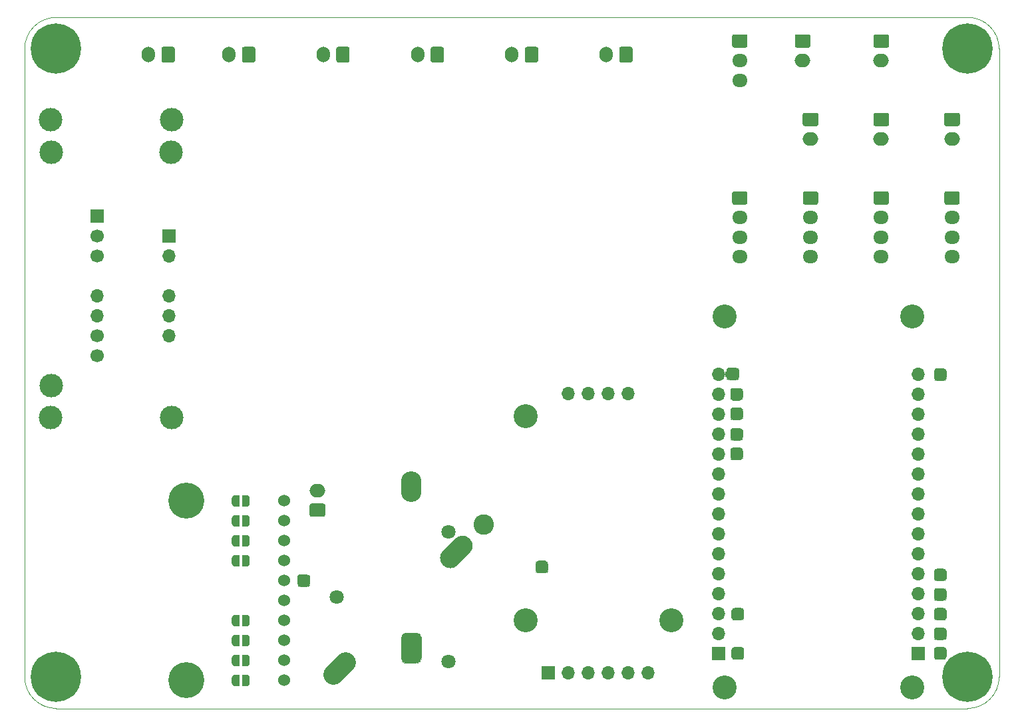
<source format=gbs>
%TF.GenerationSoftware,KiCad,Pcbnew,5.1.9-73d0e3b20d~88~ubuntu20.04.1*%
%TF.CreationDate,2021-10-14T18:02:57+05:30*%
%TF.ProjectId,vayuO2,76617975-4f32-42e6-9b69-6361645f7063,rev 2*%
%TF.SameCoordinates,Original*%
%TF.FileFunction,Soldermask,Bot*%
%TF.FilePolarity,Negative*%
%FSLAX46Y46*%
G04 Gerber Fmt 4.6, Leading zero omitted, Abs format (unit mm)*
G04 Created by KiCad (PCBNEW 5.1.9-73d0e3b20d~88~ubuntu20.04.1) date 2021-10-14 18:02:57*
%MOMM*%
%LPD*%
G01*
G04 APERTURE LIST*
%TA.AperFunction,Profile*%
%ADD10C,0.076200*%
%TD*%
%ADD11C,3.000000*%
%ADD12O,1.700000X1.700000*%
%ADD13C,1.700000*%
%ADD14R,1.700000X1.700000*%
%ADD15O,1.700000X2.000000*%
%ADD16O,2.000000X1.700000*%
%ADD17O,1.950000X1.700000*%
%ADD18C,3.048000*%
%ADD19O,2.600000X3.900000*%
%ADD20C,1.800000*%
%ADD21C,6.400000*%
%ADD22C,0.800000*%
%ADD23C,0.127000*%
%ADD24C,2.600000*%
%ADD25C,1.524000*%
%ADD26C,4.572000*%
G04 APERTURE END LIST*
D10*
X174000000Y-54000000D02*
X174000000Y-134000000D01*
X54000000Y-138000000D02*
X170000000Y-138000000D01*
X54000000Y-138000000D02*
G75*
G02*
X50000000Y-134000000I0J4000000D01*
G01*
X50000000Y-54000000D02*
G75*
G02*
X54000000Y-50000000I4000000J0D01*
G01*
X170000000Y-50000000D02*
G75*
G02*
X174000000Y-54000000I0J-4000000D01*
G01*
X174000000Y-134000000D02*
G75*
G02*
X170000000Y-138000000I-4000000J0D01*
G01*
X50000000Y-54000000D02*
X50000000Y-134000000D01*
X170000000Y-50000000D02*
X54000000Y-50000000D01*
X174000000Y-54000000D02*
X174000000Y-134000000D01*
X54000000Y-138000000D02*
X170000000Y-138000000D01*
X54000000Y-138000000D02*
G75*
G02*
X50000000Y-134000000I0J4000000D01*
G01*
X50000000Y-54000000D02*
G75*
G02*
X54000000Y-50000000I4000000J0D01*
G01*
X170000000Y-50000000D02*
G75*
G02*
X174000000Y-54000000I0J-4000000D01*
G01*
X174000000Y-134000000D02*
G75*
G02*
X170000000Y-138000000I-4000000J0D01*
G01*
X50000000Y-54000000D02*
X50000000Y-134000000D01*
X170000000Y-50000000D02*
X54000000Y-50000000D01*
G36*
G01*
X139300000Y-95800000D02*
X139300000Y-95000000D01*
G75*
G02*
X139700000Y-94600000I400000J0D01*
G01*
X140500000Y-94600000D01*
G75*
G02*
X140900000Y-95000000I0J-400000D01*
G01*
X140900000Y-95800000D01*
G75*
G02*
X140500000Y-96200000I-400000J0D01*
G01*
X139700000Y-96200000D01*
G75*
G02*
X139300000Y-95800000I0J400000D01*
G01*
G37*
G36*
G01*
X165700000Y-95900000D02*
X165700000Y-95100000D01*
G75*
G02*
X166100000Y-94700000I400000J0D01*
G01*
X166900000Y-94700000D01*
G75*
G02*
X167300000Y-95100000I0J-400000D01*
G01*
X167300000Y-95900000D01*
G75*
G02*
X166900000Y-96300000I-400000J0D01*
G01*
X166100000Y-96300000D01*
G75*
G02*
X165700000Y-95900000I0J400000D01*
G01*
G37*
G36*
G01*
X139800000Y-98400000D02*
X139800000Y-97600000D01*
G75*
G02*
X140200000Y-97200000I400000J0D01*
G01*
X141000000Y-97200000D01*
G75*
G02*
X141400000Y-97600000I0J-400000D01*
G01*
X141400000Y-98400000D01*
G75*
G02*
X141000000Y-98800000I-400000J0D01*
G01*
X140200000Y-98800000D01*
G75*
G02*
X139800000Y-98400000I0J400000D01*
G01*
G37*
G36*
G01*
X139800000Y-100900000D02*
X139800000Y-100100000D01*
G75*
G02*
X140200000Y-99700000I400000J0D01*
G01*
X141000000Y-99700000D01*
G75*
G02*
X141400000Y-100100000I0J-400000D01*
G01*
X141400000Y-100900000D01*
G75*
G02*
X141000000Y-101300000I-400000J0D01*
G01*
X140200000Y-101300000D01*
G75*
G02*
X139800000Y-100900000I0J400000D01*
G01*
G37*
G36*
G01*
X139800000Y-103500000D02*
X139800000Y-102700000D01*
G75*
G02*
X140200000Y-102300000I400000J0D01*
G01*
X141000000Y-102300000D01*
G75*
G02*
X141400000Y-102700000I0J-400000D01*
G01*
X141400000Y-103500000D01*
G75*
G02*
X141000000Y-103900000I-400000J0D01*
G01*
X140200000Y-103900000D01*
G75*
G02*
X139800000Y-103500000I0J400000D01*
G01*
G37*
G36*
G01*
X139800000Y-106000000D02*
X139800000Y-105200000D01*
G75*
G02*
X140200000Y-104800000I400000J0D01*
G01*
X141000000Y-104800000D01*
G75*
G02*
X141400000Y-105200000I0J-400000D01*
G01*
X141400000Y-106000000D01*
G75*
G02*
X141000000Y-106400000I-400000J0D01*
G01*
X140200000Y-106400000D01*
G75*
G02*
X139800000Y-106000000I0J400000D01*
G01*
G37*
G36*
G01*
X165700000Y-121400000D02*
X165700000Y-120600000D01*
G75*
G02*
X166100000Y-120200000I400000J0D01*
G01*
X166900000Y-120200000D01*
G75*
G02*
X167300000Y-120600000I0J-400000D01*
G01*
X167300000Y-121400000D01*
G75*
G02*
X166900000Y-121800000I-400000J0D01*
G01*
X166100000Y-121800000D01*
G75*
G02*
X165700000Y-121400000I0J400000D01*
G01*
G37*
G36*
G01*
X165700000Y-123900000D02*
X165700000Y-123100000D01*
G75*
G02*
X166100000Y-122700000I400000J0D01*
G01*
X166900000Y-122700000D01*
G75*
G02*
X167300000Y-123100000I0J-400000D01*
G01*
X167300000Y-123900000D01*
G75*
G02*
X166900000Y-124300000I-400000J0D01*
G01*
X166100000Y-124300000D01*
G75*
G02*
X165700000Y-123900000I0J400000D01*
G01*
G37*
G36*
G01*
X85900000Y-122530000D02*
X85100000Y-122530000D01*
G75*
G02*
X84700000Y-122130000I0J400000D01*
G01*
X84700000Y-121330000D01*
G75*
G02*
X85100000Y-120930000I400000J0D01*
G01*
X85900000Y-120930000D01*
G75*
G02*
X86300000Y-121330000I0J-400000D01*
G01*
X86300000Y-122130000D01*
G75*
G02*
X85900000Y-122530000I-400000J0D01*
G01*
G37*
G36*
G01*
X139950000Y-126400000D02*
X139950000Y-125600000D01*
G75*
G02*
X140350000Y-125200000I400000J0D01*
G01*
X141150000Y-125200000D01*
G75*
G02*
X141550000Y-125600000I0J-400000D01*
G01*
X141550000Y-126400000D01*
G75*
G02*
X141150000Y-126800000I-400000J0D01*
G01*
X140350000Y-126800000D01*
G75*
G02*
X139950000Y-126400000I0J400000D01*
G01*
G37*
G36*
G01*
X165700000Y-126400000D02*
X165700000Y-125600000D01*
G75*
G02*
X166100000Y-125200000I400000J0D01*
G01*
X166900000Y-125200000D01*
G75*
G02*
X167300000Y-125600000I0J-400000D01*
G01*
X167300000Y-126400000D01*
G75*
G02*
X166900000Y-126800000I-400000J0D01*
G01*
X166100000Y-126800000D01*
G75*
G02*
X165700000Y-126400000I0J400000D01*
G01*
G37*
G36*
G01*
X165700000Y-128900000D02*
X165700000Y-128100000D01*
G75*
G02*
X166100000Y-127700000I400000J0D01*
G01*
X166900000Y-127700000D01*
G75*
G02*
X167300000Y-128100000I0J-400000D01*
G01*
X167300000Y-128900000D01*
G75*
G02*
X166900000Y-129300000I-400000J0D01*
G01*
X166100000Y-129300000D01*
G75*
G02*
X165700000Y-128900000I0J400000D01*
G01*
G37*
G36*
G01*
X139950000Y-131400000D02*
X139950000Y-130600000D01*
G75*
G02*
X140350000Y-130200000I400000J0D01*
G01*
X141150000Y-130200000D01*
G75*
G02*
X141550000Y-130600000I0J-400000D01*
G01*
X141550000Y-131400000D01*
G75*
G02*
X141150000Y-131800000I-400000J0D01*
G01*
X140350000Y-131800000D01*
G75*
G02*
X139950000Y-131400000I0J400000D01*
G01*
G37*
G36*
G01*
X165700000Y-131400000D02*
X165700000Y-130600000D01*
G75*
G02*
X166100000Y-130200000I400000J0D01*
G01*
X166900000Y-130200000D01*
G75*
G02*
X167300000Y-130600000I0J-400000D01*
G01*
X167300000Y-131400000D01*
G75*
G02*
X166900000Y-131800000I-400000J0D01*
G01*
X166100000Y-131800000D01*
G75*
G02*
X165700000Y-131400000I0J400000D01*
G01*
G37*
D11*
X53350000Y-96850000D03*
X53350000Y-67150000D03*
X68650000Y-67150000D03*
X53300000Y-100950000D03*
X68700000Y-100950000D03*
X53300000Y-63050000D03*
X68700000Y-63050000D03*
D12*
X59200000Y-88000000D03*
X59200000Y-85460000D03*
D13*
X59200000Y-77840000D03*
D14*
X59200000Y-75300000D03*
D13*
X59200000Y-80380000D03*
X59200000Y-90540000D03*
X59200000Y-93080000D03*
D14*
X68400000Y-77800000D03*
D12*
X68400000Y-80340000D03*
X68400000Y-85420000D03*
X68400000Y-87960000D03*
X68400000Y-90500000D03*
D15*
X65750000Y-54750000D03*
G36*
G01*
X69100000Y-54000000D02*
X69100000Y-55500000D01*
G75*
G02*
X68850000Y-55750000I-250000J0D01*
G01*
X67650000Y-55750000D01*
G75*
G02*
X67400000Y-55500000I0J250000D01*
G01*
X67400000Y-54000000D01*
G75*
G02*
X67650000Y-53750000I250000J0D01*
G01*
X68850000Y-53750000D01*
G75*
G02*
X69100000Y-54000000I0J-250000D01*
G01*
G37*
X76000000Y-54750000D03*
G36*
G01*
X79350000Y-54000000D02*
X79350000Y-55500000D01*
G75*
G02*
X79100000Y-55750000I-250000J0D01*
G01*
X77900000Y-55750000D01*
G75*
G02*
X77650000Y-55500000I0J250000D01*
G01*
X77650000Y-54000000D01*
G75*
G02*
X77900000Y-53750000I250000J0D01*
G01*
X79100000Y-53750000D01*
G75*
G02*
X79350000Y-54000000I0J-250000D01*
G01*
G37*
D16*
X159000000Y-65500000D03*
G36*
G01*
X158250000Y-62150000D02*
X159750000Y-62150000D01*
G75*
G02*
X160000000Y-62400000I0J-250000D01*
G01*
X160000000Y-63600000D01*
G75*
G02*
X159750000Y-63850000I-250000J0D01*
G01*
X158250000Y-63850000D01*
G75*
G02*
X158000000Y-63600000I0J250000D01*
G01*
X158000000Y-62400000D01*
G75*
G02*
X158250000Y-62150000I250000J0D01*
G01*
G37*
D17*
X150000000Y-80500000D03*
X150000000Y-78000000D03*
X150000000Y-75500000D03*
G36*
G01*
X149275000Y-72150000D02*
X150725000Y-72150000D01*
G75*
G02*
X150975000Y-72400000I0J-250000D01*
G01*
X150975000Y-73600000D01*
G75*
G02*
X150725000Y-73850000I-250000J0D01*
G01*
X149275000Y-73850000D01*
G75*
G02*
X149025000Y-73600000I0J250000D01*
G01*
X149025000Y-72400000D01*
G75*
G02*
X149275000Y-72150000I250000J0D01*
G01*
G37*
X159000000Y-80500000D03*
X159000000Y-78000000D03*
X159000000Y-75500000D03*
G36*
G01*
X158275000Y-72150000D02*
X159725000Y-72150000D01*
G75*
G02*
X159975000Y-72400000I0J-250000D01*
G01*
X159975000Y-73600000D01*
G75*
G02*
X159725000Y-73850000I-250000J0D01*
G01*
X158275000Y-73850000D01*
G75*
G02*
X158025000Y-73600000I0J250000D01*
G01*
X158025000Y-72400000D01*
G75*
G02*
X158275000Y-72150000I250000J0D01*
G01*
G37*
D14*
X163700000Y-131000000D03*
D12*
X163700000Y-128460000D03*
X163700000Y-125920000D03*
X163700000Y-123380000D03*
X163700000Y-120840000D03*
X163700000Y-118300000D03*
X163700000Y-115760000D03*
X163700000Y-113220000D03*
X163700000Y-110680000D03*
X163700000Y-108140000D03*
X163700000Y-105600000D03*
X163700000Y-103060000D03*
X163700000Y-100520000D03*
X163700000Y-97980000D03*
X163700000Y-95440000D03*
X138300000Y-95440000D03*
X138300000Y-115760000D03*
X138300000Y-110680000D03*
X138300000Y-105600000D03*
X138300000Y-113220000D03*
X138300000Y-108140000D03*
X138300000Y-100520000D03*
X138300000Y-97980000D03*
X138300000Y-103060000D03*
X138300000Y-125920000D03*
X138300000Y-118300000D03*
X138300000Y-120840000D03*
X138300000Y-123380000D03*
X138300000Y-128460000D03*
D14*
X138300000Y-131000000D03*
D18*
X139062000Y-135318000D03*
X162938000Y-135318000D03*
X162938000Y-88074000D03*
X139062000Y-88074000D03*
G36*
G01*
X100500000Y-129000000D02*
X100500000Y-131600000D01*
G75*
G02*
X99850000Y-132250000I-650000J0D01*
G01*
X98550000Y-132250000D01*
G75*
G02*
X97900000Y-131600000I0J650000D01*
G01*
X97900000Y-129000000D01*
G75*
G02*
X98550000Y-128350000I650000J0D01*
G01*
X99850000Y-128350000D01*
G75*
G02*
X100500000Y-129000000I0J-650000D01*
G01*
G37*
D19*
X99200000Y-109800000D03*
D20*
X103962000Y-115551000D03*
X89675000Y-123800000D03*
X103962000Y-132049000D03*
D16*
X149000000Y-55500000D03*
G36*
G01*
X148250000Y-52150000D02*
X149750000Y-52150000D01*
G75*
G02*
X150000000Y-52400000I0J-250000D01*
G01*
X150000000Y-53600000D01*
G75*
G02*
X149750000Y-53850000I-250000J0D01*
G01*
X148250000Y-53850000D01*
G75*
G02*
X148000000Y-53600000I0J250000D01*
G01*
X148000000Y-52400000D01*
G75*
G02*
X148250000Y-52150000I250000J0D01*
G01*
G37*
D15*
X124000000Y-54750000D03*
G36*
G01*
X127350000Y-54000000D02*
X127350000Y-55500000D01*
G75*
G02*
X127100000Y-55750000I-250000J0D01*
G01*
X125900000Y-55750000D01*
G75*
G02*
X125650000Y-55500000I0J250000D01*
G01*
X125650000Y-54000000D01*
G75*
G02*
X125900000Y-53750000I250000J0D01*
G01*
X127100000Y-53750000D01*
G75*
G02*
X127350000Y-54000000I0J-250000D01*
G01*
G37*
X112000000Y-54750000D03*
G36*
G01*
X115350000Y-54000000D02*
X115350000Y-55500000D01*
G75*
G02*
X115100000Y-55750000I-250000J0D01*
G01*
X113900000Y-55750000D01*
G75*
G02*
X113650000Y-55500000I0J250000D01*
G01*
X113650000Y-54000000D01*
G75*
G02*
X113900000Y-53750000I250000J0D01*
G01*
X115100000Y-53750000D01*
G75*
G02*
X115350000Y-54000000I0J-250000D01*
G01*
G37*
X100000000Y-54750000D03*
G36*
G01*
X103350000Y-54000000D02*
X103350000Y-55500000D01*
G75*
G02*
X103100000Y-55750000I-250000J0D01*
G01*
X101900000Y-55750000D01*
G75*
G02*
X101650000Y-55500000I0J250000D01*
G01*
X101650000Y-54000000D01*
G75*
G02*
X101900000Y-53750000I250000J0D01*
G01*
X103100000Y-53750000D01*
G75*
G02*
X103350000Y-54000000I0J-250000D01*
G01*
G37*
X88000000Y-54750000D03*
G36*
G01*
X91350000Y-54000000D02*
X91350000Y-55500000D01*
G75*
G02*
X91100000Y-55750000I-250000J0D01*
G01*
X89900000Y-55750000D01*
G75*
G02*
X89650000Y-55500000I0J250000D01*
G01*
X89650000Y-54000000D01*
G75*
G02*
X89900000Y-53750000I250000J0D01*
G01*
X91100000Y-53750000D01*
G75*
G02*
X91350000Y-54000000I0J-250000D01*
G01*
G37*
D14*
X116650000Y-133500000D03*
D12*
X119190000Y-133500000D03*
X121730000Y-133500000D03*
X124270000Y-133500000D03*
X126810000Y-133500000D03*
X129350000Y-133500000D03*
X126810000Y-97940000D03*
X124270000Y-97940000D03*
X119190000Y-97940000D03*
X121730000Y-97940000D03*
D18*
X113750000Y-126770000D03*
X113750000Y-100770000D03*
X132250000Y-126770000D03*
D17*
X141000000Y-80500000D03*
X141000000Y-78000000D03*
X141000000Y-75500000D03*
G36*
G01*
X140275000Y-72150000D02*
X141725000Y-72150000D01*
G75*
G02*
X141975000Y-72400000I0J-250000D01*
G01*
X141975000Y-73600000D01*
G75*
G02*
X141725000Y-73850000I-250000J0D01*
G01*
X140275000Y-73850000D01*
G75*
G02*
X140025000Y-73600000I0J250000D01*
G01*
X140025000Y-72400000D01*
G75*
G02*
X140275000Y-72150000I250000J0D01*
G01*
G37*
D16*
X159000000Y-55500000D03*
G36*
G01*
X158250000Y-52150000D02*
X159750000Y-52150000D01*
G75*
G02*
X160000000Y-52400000I0J-250000D01*
G01*
X160000000Y-53600000D01*
G75*
G02*
X159750000Y-53850000I-250000J0D01*
G01*
X158250000Y-53850000D01*
G75*
G02*
X158000000Y-53600000I0J250000D01*
G01*
X158000000Y-52400000D01*
G75*
G02*
X158250000Y-52150000I250000J0D01*
G01*
G37*
D21*
X170000000Y-54000000D03*
D22*
X172400000Y-54000000D03*
X171697056Y-55697056D03*
X170000000Y-56400000D03*
X168302944Y-55697056D03*
X167600000Y-54000000D03*
X168302944Y-52302944D03*
X170000000Y-51600000D03*
X171697056Y-52302944D03*
D21*
X170000000Y-134000000D03*
D22*
X172400000Y-134000000D03*
X171697056Y-135697056D03*
X170000000Y-136400000D03*
X168302944Y-135697056D03*
X167600000Y-134000000D03*
X168302944Y-132302944D03*
X170000000Y-131600000D03*
X171697056Y-132302944D03*
D21*
X54000000Y-54000000D03*
D22*
X56400000Y-54000000D03*
X55697056Y-55697056D03*
X54000000Y-56400000D03*
X52302944Y-55697056D03*
X51600000Y-54000000D03*
X52302944Y-52302944D03*
X54000000Y-51600000D03*
X55697056Y-52302944D03*
D21*
X54000000Y-134000000D03*
D22*
X56400000Y-134000000D03*
X55697056Y-135697056D03*
X54000000Y-136400000D03*
X52302944Y-135697056D03*
X51600000Y-134000000D03*
X52302944Y-132302944D03*
X54000000Y-131600000D03*
X55697056Y-132302944D03*
D23*
G36*
X76850000Y-112319398D02*
G01*
X76825466Y-112319398D01*
X76776635Y-112314588D01*
X76728510Y-112305016D01*
X76681555Y-112290772D01*
X76636222Y-112271995D01*
X76592949Y-112248864D01*
X76552150Y-112221604D01*
X76514221Y-112190476D01*
X76479524Y-112155779D01*
X76448396Y-112117850D01*
X76421136Y-112077051D01*
X76398005Y-112033778D01*
X76379228Y-111988445D01*
X76364984Y-111941490D01*
X76355412Y-111893365D01*
X76350602Y-111844534D01*
X76350602Y-111820000D01*
X76350000Y-111820000D01*
X76350000Y-111320000D01*
X76350602Y-111320000D01*
X76350602Y-111295466D01*
X76355412Y-111246635D01*
X76364984Y-111198510D01*
X76379228Y-111151555D01*
X76398005Y-111106222D01*
X76421136Y-111062949D01*
X76448396Y-111022150D01*
X76479524Y-110984221D01*
X76514221Y-110949524D01*
X76552150Y-110918396D01*
X76592949Y-110891136D01*
X76636222Y-110868005D01*
X76681555Y-110849228D01*
X76728510Y-110834984D01*
X76776635Y-110825412D01*
X76825466Y-110820602D01*
X76850000Y-110820602D01*
X76850000Y-110820000D01*
X77350000Y-110820000D01*
X77350000Y-112320000D01*
X76850000Y-112320000D01*
X76850000Y-112319398D01*
G37*
G36*
X77650000Y-110820000D02*
G01*
X78150000Y-110820000D01*
X78150000Y-110820602D01*
X78174534Y-110820602D01*
X78223365Y-110825412D01*
X78271490Y-110834984D01*
X78318445Y-110849228D01*
X78363778Y-110868005D01*
X78407051Y-110891136D01*
X78447850Y-110918396D01*
X78485779Y-110949524D01*
X78520476Y-110984221D01*
X78551604Y-111022150D01*
X78578864Y-111062949D01*
X78601995Y-111106222D01*
X78620772Y-111151555D01*
X78635016Y-111198510D01*
X78644588Y-111246635D01*
X78649398Y-111295466D01*
X78649398Y-111320000D01*
X78650000Y-111320000D01*
X78650000Y-111820000D01*
X78649398Y-111820000D01*
X78649398Y-111844534D01*
X78644588Y-111893365D01*
X78635016Y-111941490D01*
X78620772Y-111988445D01*
X78601995Y-112033778D01*
X78578864Y-112077051D01*
X78551604Y-112117850D01*
X78520476Y-112155779D01*
X78485779Y-112190476D01*
X78447850Y-112221604D01*
X78407051Y-112248864D01*
X78363778Y-112271995D01*
X78318445Y-112290772D01*
X78271490Y-112305016D01*
X78223365Y-112314588D01*
X78174534Y-112319398D01*
X78150000Y-112319398D01*
X78150000Y-112320000D01*
X77650000Y-112320000D01*
X77650000Y-110820000D01*
G37*
G36*
X76850000Y-114859398D02*
G01*
X76825466Y-114859398D01*
X76776635Y-114854588D01*
X76728510Y-114845016D01*
X76681555Y-114830772D01*
X76636222Y-114811995D01*
X76592949Y-114788864D01*
X76552150Y-114761604D01*
X76514221Y-114730476D01*
X76479524Y-114695779D01*
X76448396Y-114657850D01*
X76421136Y-114617051D01*
X76398005Y-114573778D01*
X76379228Y-114528445D01*
X76364984Y-114481490D01*
X76355412Y-114433365D01*
X76350602Y-114384534D01*
X76350602Y-114360000D01*
X76350000Y-114360000D01*
X76350000Y-113860000D01*
X76350602Y-113860000D01*
X76350602Y-113835466D01*
X76355412Y-113786635D01*
X76364984Y-113738510D01*
X76379228Y-113691555D01*
X76398005Y-113646222D01*
X76421136Y-113602949D01*
X76448396Y-113562150D01*
X76479524Y-113524221D01*
X76514221Y-113489524D01*
X76552150Y-113458396D01*
X76592949Y-113431136D01*
X76636222Y-113408005D01*
X76681555Y-113389228D01*
X76728510Y-113374984D01*
X76776635Y-113365412D01*
X76825466Y-113360602D01*
X76850000Y-113360602D01*
X76850000Y-113360000D01*
X77350000Y-113360000D01*
X77350000Y-114860000D01*
X76850000Y-114860000D01*
X76850000Y-114859398D01*
G37*
G36*
X77650000Y-113360000D02*
G01*
X78150000Y-113360000D01*
X78150000Y-113360602D01*
X78174534Y-113360602D01*
X78223365Y-113365412D01*
X78271490Y-113374984D01*
X78318445Y-113389228D01*
X78363778Y-113408005D01*
X78407051Y-113431136D01*
X78447850Y-113458396D01*
X78485779Y-113489524D01*
X78520476Y-113524221D01*
X78551604Y-113562150D01*
X78578864Y-113602949D01*
X78601995Y-113646222D01*
X78620772Y-113691555D01*
X78635016Y-113738510D01*
X78644588Y-113786635D01*
X78649398Y-113835466D01*
X78649398Y-113860000D01*
X78650000Y-113860000D01*
X78650000Y-114360000D01*
X78649398Y-114360000D01*
X78649398Y-114384534D01*
X78644588Y-114433365D01*
X78635016Y-114481490D01*
X78620772Y-114528445D01*
X78601995Y-114573778D01*
X78578864Y-114617051D01*
X78551604Y-114657850D01*
X78520476Y-114695779D01*
X78485779Y-114730476D01*
X78447850Y-114761604D01*
X78407051Y-114788864D01*
X78363778Y-114811995D01*
X78318445Y-114830772D01*
X78271490Y-114845016D01*
X78223365Y-114854588D01*
X78174534Y-114859398D01*
X78150000Y-114859398D01*
X78150000Y-114860000D01*
X77650000Y-114860000D01*
X77650000Y-113360000D01*
G37*
G36*
X76850000Y-117399398D02*
G01*
X76825466Y-117399398D01*
X76776635Y-117394588D01*
X76728510Y-117385016D01*
X76681555Y-117370772D01*
X76636222Y-117351995D01*
X76592949Y-117328864D01*
X76552150Y-117301604D01*
X76514221Y-117270476D01*
X76479524Y-117235779D01*
X76448396Y-117197850D01*
X76421136Y-117157051D01*
X76398005Y-117113778D01*
X76379228Y-117068445D01*
X76364984Y-117021490D01*
X76355412Y-116973365D01*
X76350602Y-116924534D01*
X76350602Y-116900000D01*
X76350000Y-116900000D01*
X76350000Y-116400000D01*
X76350602Y-116400000D01*
X76350602Y-116375466D01*
X76355412Y-116326635D01*
X76364984Y-116278510D01*
X76379228Y-116231555D01*
X76398005Y-116186222D01*
X76421136Y-116142949D01*
X76448396Y-116102150D01*
X76479524Y-116064221D01*
X76514221Y-116029524D01*
X76552150Y-115998396D01*
X76592949Y-115971136D01*
X76636222Y-115948005D01*
X76681555Y-115929228D01*
X76728510Y-115914984D01*
X76776635Y-115905412D01*
X76825466Y-115900602D01*
X76850000Y-115900602D01*
X76850000Y-115900000D01*
X77350000Y-115900000D01*
X77350000Y-117400000D01*
X76850000Y-117400000D01*
X76850000Y-117399398D01*
G37*
G36*
X77650000Y-115900000D02*
G01*
X78150000Y-115900000D01*
X78150000Y-115900602D01*
X78174534Y-115900602D01*
X78223365Y-115905412D01*
X78271490Y-115914984D01*
X78318445Y-115929228D01*
X78363778Y-115948005D01*
X78407051Y-115971136D01*
X78447850Y-115998396D01*
X78485779Y-116029524D01*
X78520476Y-116064221D01*
X78551604Y-116102150D01*
X78578864Y-116142949D01*
X78601995Y-116186222D01*
X78620772Y-116231555D01*
X78635016Y-116278510D01*
X78644588Y-116326635D01*
X78649398Y-116375466D01*
X78649398Y-116400000D01*
X78650000Y-116400000D01*
X78650000Y-116900000D01*
X78649398Y-116900000D01*
X78649398Y-116924534D01*
X78644588Y-116973365D01*
X78635016Y-117021490D01*
X78620772Y-117068445D01*
X78601995Y-117113778D01*
X78578864Y-117157051D01*
X78551604Y-117197850D01*
X78520476Y-117235779D01*
X78485779Y-117270476D01*
X78447850Y-117301604D01*
X78407051Y-117328864D01*
X78363778Y-117351995D01*
X78318445Y-117370772D01*
X78271490Y-117385016D01*
X78223365Y-117394588D01*
X78174534Y-117399398D01*
X78150000Y-117399398D01*
X78150000Y-117400000D01*
X77650000Y-117400000D01*
X77650000Y-115900000D01*
G37*
G36*
X76850000Y-119939398D02*
G01*
X76825466Y-119939398D01*
X76776635Y-119934588D01*
X76728510Y-119925016D01*
X76681555Y-119910772D01*
X76636222Y-119891995D01*
X76592949Y-119868864D01*
X76552150Y-119841604D01*
X76514221Y-119810476D01*
X76479524Y-119775779D01*
X76448396Y-119737850D01*
X76421136Y-119697051D01*
X76398005Y-119653778D01*
X76379228Y-119608445D01*
X76364984Y-119561490D01*
X76355412Y-119513365D01*
X76350602Y-119464534D01*
X76350602Y-119440000D01*
X76350000Y-119440000D01*
X76350000Y-118940000D01*
X76350602Y-118940000D01*
X76350602Y-118915466D01*
X76355412Y-118866635D01*
X76364984Y-118818510D01*
X76379228Y-118771555D01*
X76398005Y-118726222D01*
X76421136Y-118682949D01*
X76448396Y-118642150D01*
X76479524Y-118604221D01*
X76514221Y-118569524D01*
X76552150Y-118538396D01*
X76592949Y-118511136D01*
X76636222Y-118488005D01*
X76681555Y-118469228D01*
X76728510Y-118454984D01*
X76776635Y-118445412D01*
X76825466Y-118440602D01*
X76850000Y-118440602D01*
X76850000Y-118440000D01*
X77350000Y-118440000D01*
X77350000Y-119940000D01*
X76850000Y-119940000D01*
X76850000Y-119939398D01*
G37*
G36*
X77650000Y-118440000D02*
G01*
X78150000Y-118440000D01*
X78150000Y-118440602D01*
X78174534Y-118440602D01*
X78223365Y-118445412D01*
X78271490Y-118454984D01*
X78318445Y-118469228D01*
X78363778Y-118488005D01*
X78407051Y-118511136D01*
X78447850Y-118538396D01*
X78485779Y-118569524D01*
X78520476Y-118604221D01*
X78551604Y-118642150D01*
X78578864Y-118682949D01*
X78601995Y-118726222D01*
X78620772Y-118771555D01*
X78635016Y-118818510D01*
X78644588Y-118866635D01*
X78649398Y-118915466D01*
X78649398Y-118940000D01*
X78650000Y-118940000D01*
X78650000Y-119440000D01*
X78649398Y-119440000D01*
X78649398Y-119464534D01*
X78644588Y-119513365D01*
X78635016Y-119561490D01*
X78620772Y-119608445D01*
X78601995Y-119653778D01*
X78578864Y-119697051D01*
X78551604Y-119737850D01*
X78520476Y-119775779D01*
X78485779Y-119810476D01*
X78447850Y-119841604D01*
X78407051Y-119868864D01*
X78363778Y-119891995D01*
X78318445Y-119910772D01*
X78271490Y-119925016D01*
X78223365Y-119934588D01*
X78174534Y-119939398D01*
X78150000Y-119939398D01*
X78150000Y-119940000D01*
X77650000Y-119940000D01*
X77650000Y-118440000D01*
G37*
G36*
X76850000Y-127559398D02*
G01*
X76825466Y-127559398D01*
X76776635Y-127554588D01*
X76728510Y-127545016D01*
X76681555Y-127530772D01*
X76636222Y-127511995D01*
X76592949Y-127488864D01*
X76552150Y-127461604D01*
X76514221Y-127430476D01*
X76479524Y-127395779D01*
X76448396Y-127357850D01*
X76421136Y-127317051D01*
X76398005Y-127273778D01*
X76379228Y-127228445D01*
X76364984Y-127181490D01*
X76355412Y-127133365D01*
X76350602Y-127084534D01*
X76350602Y-127060000D01*
X76350000Y-127060000D01*
X76350000Y-126560000D01*
X76350602Y-126560000D01*
X76350602Y-126535466D01*
X76355412Y-126486635D01*
X76364984Y-126438510D01*
X76379228Y-126391555D01*
X76398005Y-126346222D01*
X76421136Y-126302949D01*
X76448396Y-126262150D01*
X76479524Y-126224221D01*
X76514221Y-126189524D01*
X76552150Y-126158396D01*
X76592949Y-126131136D01*
X76636222Y-126108005D01*
X76681555Y-126089228D01*
X76728510Y-126074984D01*
X76776635Y-126065412D01*
X76825466Y-126060602D01*
X76850000Y-126060602D01*
X76850000Y-126060000D01*
X77350000Y-126060000D01*
X77350000Y-127560000D01*
X76850000Y-127560000D01*
X76850000Y-127559398D01*
G37*
G36*
X77650000Y-126060000D02*
G01*
X78150000Y-126060000D01*
X78150000Y-126060602D01*
X78174534Y-126060602D01*
X78223365Y-126065412D01*
X78271490Y-126074984D01*
X78318445Y-126089228D01*
X78363778Y-126108005D01*
X78407051Y-126131136D01*
X78447850Y-126158396D01*
X78485779Y-126189524D01*
X78520476Y-126224221D01*
X78551604Y-126262150D01*
X78578864Y-126302949D01*
X78601995Y-126346222D01*
X78620772Y-126391555D01*
X78635016Y-126438510D01*
X78644588Y-126486635D01*
X78649398Y-126535466D01*
X78649398Y-126560000D01*
X78650000Y-126560000D01*
X78650000Y-127060000D01*
X78649398Y-127060000D01*
X78649398Y-127084534D01*
X78644588Y-127133365D01*
X78635016Y-127181490D01*
X78620772Y-127228445D01*
X78601995Y-127273778D01*
X78578864Y-127317051D01*
X78551604Y-127357850D01*
X78520476Y-127395779D01*
X78485779Y-127430476D01*
X78447850Y-127461604D01*
X78407051Y-127488864D01*
X78363778Y-127511995D01*
X78318445Y-127530772D01*
X78271490Y-127545016D01*
X78223365Y-127554588D01*
X78174534Y-127559398D01*
X78150000Y-127559398D01*
X78150000Y-127560000D01*
X77650000Y-127560000D01*
X77650000Y-126060000D01*
G37*
G36*
X76850001Y-130099398D02*
G01*
X76825467Y-130099398D01*
X76776636Y-130094588D01*
X76728511Y-130085016D01*
X76681556Y-130070772D01*
X76636223Y-130051995D01*
X76592950Y-130028864D01*
X76552151Y-130001604D01*
X76514222Y-129970476D01*
X76479525Y-129935779D01*
X76448397Y-129897850D01*
X76421137Y-129857051D01*
X76398006Y-129813778D01*
X76379229Y-129768445D01*
X76364985Y-129721490D01*
X76355413Y-129673365D01*
X76350603Y-129624534D01*
X76350603Y-129600000D01*
X76350001Y-129600000D01*
X76350001Y-129100000D01*
X76350603Y-129100000D01*
X76350603Y-129075466D01*
X76355413Y-129026635D01*
X76364985Y-128978510D01*
X76379229Y-128931555D01*
X76398006Y-128886222D01*
X76421137Y-128842949D01*
X76448397Y-128802150D01*
X76479525Y-128764221D01*
X76514222Y-128729524D01*
X76552151Y-128698396D01*
X76592950Y-128671136D01*
X76636223Y-128648005D01*
X76681556Y-128629228D01*
X76728511Y-128614984D01*
X76776636Y-128605412D01*
X76825467Y-128600602D01*
X76850001Y-128600602D01*
X76850001Y-128600000D01*
X77350001Y-128600000D01*
X77350001Y-130100000D01*
X76850001Y-130100000D01*
X76850001Y-130099398D01*
G37*
G36*
X77650001Y-128600000D02*
G01*
X78150001Y-128600000D01*
X78150001Y-128600602D01*
X78174535Y-128600602D01*
X78223366Y-128605412D01*
X78271491Y-128614984D01*
X78318446Y-128629228D01*
X78363779Y-128648005D01*
X78407052Y-128671136D01*
X78447851Y-128698396D01*
X78485780Y-128729524D01*
X78520477Y-128764221D01*
X78551605Y-128802150D01*
X78578865Y-128842949D01*
X78601996Y-128886222D01*
X78620773Y-128931555D01*
X78635017Y-128978510D01*
X78644589Y-129026635D01*
X78649399Y-129075466D01*
X78649399Y-129100000D01*
X78650001Y-129100000D01*
X78650001Y-129600000D01*
X78649399Y-129600000D01*
X78649399Y-129624534D01*
X78644589Y-129673365D01*
X78635017Y-129721490D01*
X78620773Y-129768445D01*
X78601996Y-129813778D01*
X78578865Y-129857051D01*
X78551605Y-129897850D01*
X78520477Y-129935779D01*
X78485780Y-129970476D01*
X78447851Y-130001604D01*
X78407052Y-130028864D01*
X78363779Y-130051995D01*
X78318446Y-130070772D01*
X78271491Y-130085016D01*
X78223366Y-130094588D01*
X78174535Y-130099398D01*
X78150001Y-130099398D01*
X78150001Y-130100000D01*
X77650001Y-130100000D01*
X77650001Y-128600000D01*
G37*
G36*
X76850000Y-132639398D02*
G01*
X76825466Y-132639398D01*
X76776635Y-132634588D01*
X76728510Y-132625016D01*
X76681555Y-132610772D01*
X76636222Y-132591995D01*
X76592949Y-132568864D01*
X76552150Y-132541604D01*
X76514221Y-132510476D01*
X76479524Y-132475779D01*
X76448396Y-132437850D01*
X76421136Y-132397051D01*
X76398005Y-132353778D01*
X76379228Y-132308445D01*
X76364984Y-132261490D01*
X76355412Y-132213365D01*
X76350602Y-132164534D01*
X76350602Y-132140000D01*
X76350000Y-132140000D01*
X76350000Y-131640000D01*
X76350602Y-131640000D01*
X76350602Y-131615466D01*
X76355412Y-131566635D01*
X76364984Y-131518510D01*
X76379228Y-131471555D01*
X76398005Y-131426222D01*
X76421136Y-131382949D01*
X76448396Y-131342150D01*
X76479524Y-131304221D01*
X76514221Y-131269524D01*
X76552150Y-131238396D01*
X76592949Y-131211136D01*
X76636222Y-131188005D01*
X76681555Y-131169228D01*
X76728510Y-131154984D01*
X76776635Y-131145412D01*
X76825466Y-131140602D01*
X76850000Y-131140602D01*
X76850000Y-131140000D01*
X77350000Y-131140000D01*
X77350000Y-132640000D01*
X76850000Y-132640000D01*
X76850000Y-132639398D01*
G37*
G36*
X77650000Y-131140000D02*
G01*
X78150000Y-131140000D01*
X78150000Y-131140602D01*
X78174534Y-131140602D01*
X78223365Y-131145412D01*
X78271490Y-131154984D01*
X78318445Y-131169228D01*
X78363778Y-131188005D01*
X78407051Y-131211136D01*
X78447850Y-131238396D01*
X78485779Y-131269524D01*
X78520476Y-131304221D01*
X78551604Y-131342150D01*
X78578864Y-131382949D01*
X78601995Y-131426222D01*
X78620772Y-131471555D01*
X78635016Y-131518510D01*
X78644588Y-131566635D01*
X78649398Y-131615466D01*
X78649398Y-131640000D01*
X78650000Y-131640000D01*
X78650000Y-132140000D01*
X78649398Y-132140000D01*
X78649398Y-132164534D01*
X78644588Y-132213365D01*
X78635016Y-132261490D01*
X78620772Y-132308445D01*
X78601995Y-132353778D01*
X78578864Y-132397051D01*
X78551604Y-132437850D01*
X78520476Y-132475779D01*
X78485779Y-132510476D01*
X78447850Y-132541604D01*
X78407051Y-132568864D01*
X78363778Y-132591995D01*
X78318445Y-132610772D01*
X78271490Y-132625016D01*
X78223365Y-132634588D01*
X78174534Y-132639398D01*
X78150000Y-132639398D01*
X78150000Y-132640000D01*
X77650000Y-132640000D01*
X77650000Y-131140000D01*
G37*
G36*
X76850000Y-135179398D02*
G01*
X76825466Y-135179398D01*
X76776635Y-135174588D01*
X76728510Y-135165016D01*
X76681555Y-135150772D01*
X76636222Y-135131995D01*
X76592949Y-135108864D01*
X76552150Y-135081604D01*
X76514221Y-135050476D01*
X76479524Y-135015779D01*
X76448396Y-134977850D01*
X76421136Y-134937051D01*
X76398005Y-134893778D01*
X76379228Y-134848445D01*
X76364984Y-134801490D01*
X76355412Y-134753365D01*
X76350602Y-134704534D01*
X76350602Y-134680000D01*
X76350000Y-134680000D01*
X76350000Y-134180000D01*
X76350602Y-134180000D01*
X76350602Y-134155466D01*
X76355412Y-134106635D01*
X76364984Y-134058510D01*
X76379228Y-134011555D01*
X76398005Y-133966222D01*
X76421136Y-133922949D01*
X76448396Y-133882150D01*
X76479524Y-133844221D01*
X76514221Y-133809524D01*
X76552150Y-133778396D01*
X76592949Y-133751136D01*
X76636222Y-133728005D01*
X76681555Y-133709228D01*
X76728510Y-133694984D01*
X76776635Y-133685412D01*
X76825466Y-133680602D01*
X76850000Y-133680602D01*
X76850000Y-133680000D01*
X77350000Y-133680000D01*
X77350000Y-135180000D01*
X76850000Y-135180000D01*
X76850000Y-135179398D01*
G37*
G36*
X77650000Y-133680000D02*
G01*
X78150000Y-133680000D01*
X78150000Y-133680602D01*
X78174534Y-133680602D01*
X78223365Y-133685412D01*
X78271490Y-133694984D01*
X78318445Y-133709228D01*
X78363778Y-133728005D01*
X78407051Y-133751136D01*
X78447850Y-133778396D01*
X78485779Y-133809524D01*
X78520476Y-133844221D01*
X78551604Y-133882150D01*
X78578864Y-133922949D01*
X78601995Y-133966222D01*
X78620772Y-134011555D01*
X78635016Y-134058510D01*
X78644588Y-134106635D01*
X78649398Y-134155466D01*
X78649398Y-134180000D01*
X78650000Y-134180000D01*
X78650000Y-134680000D01*
X78649398Y-134680000D01*
X78649398Y-134704534D01*
X78644588Y-134753365D01*
X78635016Y-134801490D01*
X78620772Y-134848445D01*
X78601995Y-134893778D01*
X78578864Y-134937051D01*
X78551604Y-134977850D01*
X78520476Y-135015779D01*
X78485779Y-135050476D01*
X78447850Y-135081604D01*
X78407051Y-135108864D01*
X78363778Y-135131995D01*
X78318445Y-135150772D01*
X78271490Y-135165016D01*
X78223365Y-135174588D01*
X78174534Y-135179398D01*
X78150000Y-135179398D01*
X78150000Y-135180000D01*
X77650000Y-135180000D01*
X77650000Y-133680000D01*
G37*
D24*
X108392388Y-114607612D03*
G36*
G01*
X103230509Y-117931013D02*
X104786143Y-116375379D01*
G75*
G02*
X106624621Y-116375379I919239J-919239D01*
G01*
X106624621Y-116375379D01*
G75*
G02*
X106624621Y-118213857I-919239J-919239D01*
G01*
X105068987Y-119769491D01*
G75*
G02*
X103230509Y-119769491I-919239J919239D01*
G01*
X103230509Y-119769491D01*
G75*
G02*
X103230509Y-117931013I919239J919239D01*
G01*
G37*
G36*
G01*
X88381267Y-132780255D02*
X89936901Y-131224621D01*
G75*
G02*
X91775379Y-131224621I919239J-919239D01*
G01*
X91775379Y-131224621D01*
G75*
G02*
X91775379Y-133063099I-919239J-919239D01*
G01*
X90219745Y-134618733D01*
G75*
G02*
X88381267Y-134618733I-919239J919239D01*
G01*
X88381267Y-134618733D01*
G75*
G02*
X88381267Y-132780255I919239J919239D01*
G01*
G37*
G36*
G01*
X116200000Y-120800000D02*
X115400000Y-120800000D01*
G75*
G02*
X115000000Y-120400000I0J400000D01*
G01*
X115000000Y-119600000D01*
G75*
G02*
X115400000Y-119200000I400000J0D01*
G01*
X116200000Y-119200000D01*
G75*
G02*
X116600000Y-119600000I0J-400000D01*
G01*
X116600000Y-120400000D01*
G75*
G02*
X116200000Y-120800000I-400000J0D01*
G01*
G37*
D16*
X168000000Y-65500000D03*
G36*
G01*
X167250000Y-62150000D02*
X168750000Y-62150000D01*
G75*
G02*
X169000000Y-62400000I0J-250000D01*
G01*
X169000000Y-63600000D01*
G75*
G02*
X168750000Y-63850000I-250000J0D01*
G01*
X167250000Y-63850000D01*
G75*
G02*
X167000000Y-63600000I0J250000D01*
G01*
X167000000Y-62400000D01*
G75*
G02*
X167250000Y-62150000I250000J0D01*
G01*
G37*
X150000000Y-65500000D03*
G36*
G01*
X149250000Y-62150000D02*
X150750000Y-62150000D01*
G75*
G02*
X151000000Y-62400000I0J-250000D01*
G01*
X151000000Y-63600000D01*
G75*
G02*
X150750000Y-63850000I-250000J0D01*
G01*
X149250000Y-63850000D01*
G75*
G02*
X149000000Y-63600000I0J250000D01*
G01*
X149000000Y-62400000D01*
G75*
G02*
X149250000Y-62150000I250000J0D01*
G01*
G37*
D25*
X83000000Y-124270000D03*
X83000000Y-121730000D03*
X83000000Y-119190000D03*
X83000000Y-116650000D03*
X83000000Y-114110000D03*
X83000000Y-111570000D03*
X83000000Y-126810000D03*
X83000000Y-129350000D03*
X83000000Y-131890000D03*
X83000000Y-134430000D03*
D26*
X70554000Y-134430000D03*
X70554000Y-111570000D03*
D16*
X87250000Y-110250000D03*
G36*
G01*
X88000000Y-113600000D02*
X86500000Y-113600000D01*
G75*
G02*
X86250000Y-113350000I0J250000D01*
G01*
X86250000Y-112150000D01*
G75*
G02*
X86500000Y-111900000I250000J0D01*
G01*
X88000000Y-111900000D01*
G75*
G02*
X88250000Y-112150000I0J-250000D01*
G01*
X88250000Y-113350000D01*
G75*
G02*
X88000000Y-113600000I-250000J0D01*
G01*
G37*
D17*
X168000000Y-80500000D03*
X168000000Y-78000000D03*
X168000000Y-75500000D03*
G36*
G01*
X167275000Y-72150000D02*
X168725000Y-72150000D01*
G75*
G02*
X168975000Y-72400000I0J-250000D01*
G01*
X168975000Y-73600000D01*
G75*
G02*
X168725000Y-73850000I-250000J0D01*
G01*
X167275000Y-73850000D01*
G75*
G02*
X167025000Y-73600000I0J250000D01*
G01*
X167025000Y-72400000D01*
G75*
G02*
X167275000Y-72150000I250000J0D01*
G01*
G37*
X141000000Y-58000000D03*
X141000000Y-55500000D03*
G36*
G01*
X140275000Y-52150000D02*
X141725000Y-52150000D01*
G75*
G02*
X141975000Y-52400000I0J-250000D01*
G01*
X141975000Y-53600000D01*
G75*
G02*
X141725000Y-53850000I-250000J0D01*
G01*
X140275000Y-53850000D01*
G75*
G02*
X140025000Y-53600000I0J250000D01*
G01*
X140025000Y-52400000D01*
G75*
G02*
X140275000Y-52150000I250000J0D01*
G01*
G37*
D23*
G36*
X100501165Y-131598374D02*
G01*
X100502000Y-131600000D01*
X100502000Y-131656360D01*
X100501990Y-131656556D01*
X100490109Y-131777195D01*
X100490033Y-131777580D01*
X100456635Y-131887676D01*
X100456485Y-131888038D01*
X100402250Y-131989503D01*
X100402032Y-131989829D01*
X100329044Y-132078767D01*
X100328767Y-132079044D01*
X100239829Y-132152032D01*
X100239503Y-132152250D01*
X100138038Y-132206485D01*
X100137676Y-132206635D01*
X100027580Y-132240033D01*
X100027195Y-132240109D01*
X99906556Y-132251990D01*
X99906360Y-132252000D01*
X99850000Y-132252000D01*
X99848268Y-132251000D01*
X99848268Y-132249000D01*
X99849804Y-132248010D01*
X99976414Y-132235540D01*
X100097975Y-132198665D01*
X100210005Y-132138784D01*
X100308198Y-132058198D01*
X100388784Y-131960005D01*
X100448665Y-131847975D01*
X100485540Y-131726414D01*
X100498010Y-131599804D01*
X100499175Y-131598178D01*
X100501165Y-131598374D01*
G37*
G36*
X97901990Y-131599804D02*
G01*
X97914460Y-131726414D01*
X97951335Y-131847975D01*
X98011216Y-131960005D01*
X98091802Y-132058198D01*
X98189995Y-132138784D01*
X98302025Y-132198665D01*
X98423586Y-132235540D01*
X98550196Y-132248010D01*
X98551822Y-132249175D01*
X98551626Y-132251165D01*
X98550000Y-132252000D01*
X98493640Y-132252000D01*
X98493444Y-132251990D01*
X98372805Y-132240109D01*
X98372420Y-132240033D01*
X98262324Y-132206635D01*
X98261962Y-132206485D01*
X98160497Y-132152250D01*
X98160171Y-132152032D01*
X98071233Y-132079044D01*
X98070956Y-132078767D01*
X97997968Y-131989829D01*
X97997750Y-131989503D01*
X97943515Y-131888038D01*
X97943365Y-131887676D01*
X97909967Y-131777580D01*
X97909891Y-131777195D01*
X97898010Y-131656556D01*
X97898000Y-131656360D01*
X97898000Y-131600000D01*
X97899000Y-131598268D01*
X97901000Y-131598268D01*
X97901990Y-131599804D01*
G37*
G36*
X167301165Y-131398374D02*
G01*
X167302000Y-131400000D01*
X167302000Y-131456360D01*
X167301990Y-131456556D01*
X167294912Y-131528419D01*
X167294836Y-131528804D01*
X167275664Y-131592004D01*
X167275514Y-131592366D01*
X167244380Y-131650615D01*
X167244162Y-131650941D01*
X167202267Y-131701990D01*
X167201990Y-131702267D01*
X167150941Y-131744162D01*
X167150615Y-131744380D01*
X167092366Y-131775514D01*
X167092004Y-131775664D01*
X167028804Y-131794836D01*
X167028419Y-131794912D01*
X166956556Y-131801990D01*
X166956360Y-131802000D01*
X166900000Y-131802000D01*
X166898268Y-131801000D01*
X166898268Y-131799000D01*
X166899804Y-131798010D01*
X166977641Y-131790344D01*
X167052304Y-131767695D01*
X167121112Y-131730917D01*
X167181422Y-131681422D01*
X167230917Y-131621112D01*
X167267695Y-131552304D01*
X167290344Y-131477641D01*
X167298010Y-131399804D01*
X167299175Y-131398178D01*
X167301165Y-131398374D01*
G37*
G36*
X139951990Y-131399804D02*
G01*
X139959656Y-131477641D01*
X139982305Y-131552304D01*
X140019083Y-131621112D01*
X140068578Y-131681422D01*
X140128888Y-131730917D01*
X140197696Y-131767695D01*
X140272359Y-131790344D01*
X140350196Y-131798010D01*
X140351822Y-131799175D01*
X140351626Y-131801165D01*
X140350000Y-131802000D01*
X140293640Y-131802000D01*
X140293444Y-131801990D01*
X140221581Y-131794912D01*
X140221196Y-131794836D01*
X140157996Y-131775664D01*
X140157634Y-131775514D01*
X140099385Y-131744380D01*
X140099059Y-131744162D01*
X140048010Y-131702267D01*
X140047733Y-131701990D01*
X140005838Y-131650941D01*
X140005620Y-131650615D01*
X139974486Y-131592366D01*
X139974336Y-131592004D01*
X139955164Y-131528804D01*
X139955088Y-131528419D01*
X139948010Y-131456556D01*
X139948000Y-131456360D01*
X139948000Y-131400000D01*
X139949000Y-131398268D01*
X139951000Y-131398268D01*
X139951990Y-131399804D01*
G37*
G36*
X165701990Y-131399804D02*
G01*
X165709656Y-131477641D01*
X165732305Y-131552304D01*
X165769083Y-131621112D01*
X165818578Y-131681422D01*
X165878888Y-131730917D01*
X165947696Y-131767695D01*
X166022359Y-131790344D01*
X166100196Y-131798010D01*
X166101822Y-131799175D01*
X166101626Y-131801165D01*
X166100000Y-131802000D01*
X166043640Y-131802000D01*
X166043444Y-131801990D01*
X165971581Y-131794912D01*
X165971196Y-131794836D01*
X165907996Y-131775664D01*
X165907634Y-131775514D01*
X165849385Y-131744380D01*
X165849059Y-131744162D01*
X165798010Y-131702267D01*
X165797733Y-131701990D01*
X165755838Y-131650941D01*
X165755620Y-131650615D01*
X165724486Y-131592366D01*
X165724336Y-131592004D01*
X165705164Y-131528804D01*
X165705088Y-131528419D01*
X165698010Y-131456556D01*
X165698000Y-131456360D01*
X165698000Y-131400000D01*
X165699000Y-131398268D01*
X165701000Y-131398268D01*
X165701990Y-131399804D01*
G37*
G36*
X141551165Y-131398374D02*
G01*
X141552000Y-131400000D01*
X141552000Y-131456360D01*
X141551990Y-131456556D01*
X141544912Y-131528419D01*
X141544836Y-131528804D01*
X141525664Y-131592004D01*
X141525514Y-131592366D01*
X141494380Y-131650615D01*
X141494162Y-131650941D01*
X141452267Y-131701990D01*
X141451990Y-131702267D01*
X141400941Y-131744162D01*
X141400615Y-131744380D01*
X141342366Y-131775514D01*
X141342004Y-131775664D01*
X141278804Y-131794836D01*
X141278419Y-131794912D01*
X141206556Y-131801990D01*
X141206360Y-131802000D01*
X141150000Y-131802000D01*
X141148268Y-131801000D01*
X141148268Y-131799000D01*
X141149804Y-131798010D01*
X141227641Y-131790344D01*
X141302304Y-131767695D01*
X141371112Y-131730917D01*
X141431422Y-131681422D01*
X141480917Y-131621112D01*
X141517695Y-131552304D01*
X141540344Y-131477641D01*
X141548010Y-131399804D01*
X141549175Y-131398178D01*
X141551165Y-131398374D01*
G37*
G36*
X140351732Y-130199000D02*
G01*
X140351732Y-130201000D01*
X140350196Y-130201990D01*
X140272359Y-130209656D01*
X140197696Y-130232305D01*
X140128888Y-130269083D01*
X140068578Y-130318578D01*
X140019083Y-130378888D01*
X139982305Y-130447696D01*
X139959656Y-130522359D01*
X139951990Y-130600196D01*
X139950825Y-130601822D01*
X139948835Y-130601626D01*
X139948000Y-130600000D01*
X139948000Y-130543640D01*
X139948010Y-130543444D01*
X139955088Y-130471581D01*
X139955164Y-130471196D01*
X139974336Y-130407996D01*
X139974486Y-130407634D01*
X140005620Y-130349385D01*
X140005838Y-130349059D01*
X140047733Y-130298010D01*
X140048010Y-130297733D01*
X140099059Y-130255838D01*
X140099385Y-130255620D01*
X140157634Y-130224486D01*
X140157996Y-130224336D01*
X140221196Y-130205164D01*
X140221581Y-130205088D01*
X140293444Y-130198010D01*
X140293640Y-130198000D01*
X140350000Y-130198000D01*
X140351732Y-130199000D01*
G37*
G36*
X166101732Y-130199000D02*
G01*
X166101732Y-130201000D01*
X166100196Y-130201990D01*
X166022359Y-130209656D01*
X165947696Y-130232305D01*
X165878888Y-130269083D01*
X165818578Y-130318578D01*
X165769083Y-130378888D01*
X165732305Y-130447696D01*
X165709656Y-130522359D01*
X165701990Y-130600196D01*
X165700825Y-130601822D01*
X165698835Y-130601626D01*
X165698000Y-130600000D01*
X165698000Y-130543640D01*
X165698010Y-130543444D01*
X165705088Y-130471581D01*
X165705164Y-130471196D01*
X165724336Y-130407996D01*
X165724486Y-130407634D01*
X165755620Y-130349385D01*
X165755838Y-130349059D01*
X165797733Y-130298010D01*
X165798010Y-130297733D01*
X165849059Y-130255838D01*
X165849385Y-130255620D01*
X165907634Y-130224486D01*
X165907996Y-130224336D01*
X165971196Y-130205164D01*
X165971581Y-130205088D01*
X166043444Y-130198010D01*
X166043640Y-130198000D01*
X166100000Y-130198000D01*
X166101732Y-130199000D01*
G37*
G36*
X166956556Y-130198010D02*
G01*
X167028419Y-130205088D01*
X167028804Y-130205164D01*
X167092004Y-130224336D01*
X167092366Y-130224486D01*
X167150615Y-130255620D01*
X167150941Y-130255838D01*
X167201990Y-130297733D01*
X167202267Y-130298010D01*
X167244162Y-130349059D01*
X167244380Y-130349385D01*
X167275514Y-130407634D01*
X167275664Y-130407996D01*
X167294836Y-130471196D01*
X167294912Y-130471581D01*
X167301990Y-130543444D01*
X167302000Y-130543640D01*
X167302000Y-130600000D01*
X167301000Y-130601732D01*
X167299000Y-130601732D01*
X167298010Y-130600196D01*
X167290344Y-130522359D01*
X167267695Y-130447696D01*
X167230917Y-130378888D01*
X167181422Y-130318578D01*
X167121112Y-130269083D01*
X167052304Y-130232305D01*
X166977641Y-130209656D01*
X166899804Y-130201990D01*
X166898178Y-130200825D01*
X166898374Y-130198835D01*
X166900000Y-130198000D01*
X166956360Y-130198000D01*
X166956556Y-130198010D01*
G37*
G36*
X141206556Y-130198010D02*
G01*
X141278419Y-130205088D01*
X141278804Y-130205164D01*
X141342004Y-130224336D01*
X141342366Y-130224486D01*
X141400615Y-130255620D01*
X141400941Y-130255838D01*
X141451990Y-130297733D01*
X141452267Y-130298010D01*
X141494162Y-130349059D01*
X141494380Y-130349385D01*
X141525514Y-130407634D01*
X141525664Y-130407996D01*
X141544836Y-130471196D01*
X141544912Y-130471581D01*
X141551990Y-130543444D01*
X141552000Y-130543640D01*
X141552000Y-130600000D01*
X141551000Y-130601732D01*
X141549000Y-130601732D01*
X141548010Y-130600196D01*
X141540344Y-130522359D01*
X141517695Y-130447696D01*
X141480917Y-130378888D01*
X141431422Y-130318578D01*
X141371112Y-130269083D01*
X141302304Y-130232305D01*
X141227641Y-130209656D01*
X141149804Y-130201990D01*
X141148178Y-130200825D01*
X141148374Y-130198835D01*
X141150000Y-130198000D01*
X141206360Y-130198000D01*
X141206556Y-130198010D01*
G37*
G36*
X165701990Y-128899804D02*
G01*
X165709656Y-128977641D01*
X165732305Y-129052304D01*
X165769083Y-129121112D01*
X165818578Y-129181422D01*
X165878888Y-129230917D01*
X165947696Y-129267695D01*
X166022359Y-129290344D01*
X166100196Y-129298010D01*
X166101822Y-129299175D01*
X166101626Y-129301165D01*
X166100000Y-129302000D01*
X166043640Y-129302000D01*
X166043444Y-129301990D01*
X165971581Y-129294912D01*
X165971196Y-129294836D01*
X165907996Y-129275664D01*
X165907634Y-129275514D01*
X165849385Y-129244380D01*
X165849059Y-129244162D01*
X165798010Y-129202267D01*
X165797733Y-129201990D01*
X165755838Y-129150941D01*
X165755620Y-129150615D01*
X165724486Y-129092366D01*
X165724336Y-129092004D01*
X165705164Y-129028804D01*
X165705088Y-129028419D01*
X165698010Y-128956556D01*
X165698000Y-128956360D01*
X165698000Y-128900000D01*
X165699000Y-128898268D01*
X165701000Y-128898268D01*
X165701990Y-128899804D01*
G37*
G36*
X167301165Y-128898374D02*
G01*
X167302000Y-128900000D01*
X167302000Y-128956360D01*
X167301990Y-128956556D01*
X167294912Y-129028419D01*
X167294836Y-129028804D01*
X167275664Y-129092004D01*
X167275514Y-129092366D01*
X167244380Y-129150615D01*
X167244162Y-129150941D01*
X167202267Y-129201990D01*
X167201990Y-129202267D01*
X167150941Y-129244162D01*
X167150615Y-129244380D01*
X167092366Y-129275514D01*
X167092004Y-129275664D01*
X167028804Y-129294836D01*
X167028419Y-129294912D01*
X166956556Y-129301990D01*
X166956360Y-129302000D01*
X166900000Y-129302000D01*
X166898268Y-129301000D01*
X166898268Y-129299000D01*
X166899804Y-129298010D01*
X166977641Y-129290344D01*
X167052304Y-129267695D01*
X167121112Y-129230917D01*
X167181422Y-129181422D01*
X167230917Y-129121112D01*
X167267695Y-129052304D01*
X167290344Y-128977641D01*
X167298010Y-128899804D01*
X167299175Y-128898178D01*
X167301165Y-128898374D01*
G37*
G36*
X98551732Y-128349000D02*
G01*
X98551732Y-128351000D01*
X98550196Y-128351990D01*
X98423586Y-128364460D01*
X98302025Y-128401335D01*
X98189995Y-128461216D01*
X98091802Y-128541802D01*
X98011216Y-128639995D01*
X97951335Y-128752025D01*
X97914460Y-128873586D01*
X97901990Y-129000196D01*
X97900825Y-129001822D01*
X97898835Y-129001626D01*
X97898000Y-129000000D01*
X97898000Y-128943640D01*
X97898010Y-128943444D01*
X97909891Y-128822805D01*
X97909967Y-128822420D01*
X97943365Y-128712324D01*
X97943515Y-128711962D01*
X97997750Y-128610497D01*
X97997968Y-128610171D01*
X98070956Y-128521233D01*
X98071233Y-128520956D01*
X98160171Y-128447968D01*
X98160497Y-128447750D01*
X98261962Y-128393515D01*
X98262324Y-128393365D01*
X98372420Y-128359967D01*
X98372805Y-128359891D01*
X98493444Y-128348010D01*
X98493640Y-128348000D01*
X98550000Y-128348000D01*
X98551732Y-128349000D01*
G37*
G36*
X99906556Y-128348010D02*
G01*
X100027195Y-128359891D01*
X100027580Y-128359967D01*
X100137676Y-128393365D01*
X100138038Y-128393515D01*
X100239503Y-128447750D01*
X100239829Y-128447968D01*
X100328767Y-128520956D01*
X100329044Y-128521233D01*
X100402032Y-128610171D01*
X100402250Y-128610497D01*
X100456485Y-128711962D01*
X100456635Y-128712324D01*
X100490033Y-128822420D01*
X100490109Y-128822805D01*
X100501990Y-128943444D01*
X100502000Y-128943640D01*
X100502000Y-129000000D01*
X100501000Y-129001732D01*
X100499000Y-129001732D01*
X100498010Y-129000196D01*
X100485540Y-128873586D01*
X100448665Y-128752025D01*
X100388784Y-128639995D01*
X100308198Y-128541802D01*
X100210005Y-128461216D01*
X100097975Y-128401335D01*
X99976414Y-128364460D01*
X99849804Y-128351990D01*
X99848178Y-128350825D01*
X99848374Y-128348835D01*
X99850000Y-128348000D01*
X99906360Y-128348000D01*
X99906556Y-128348010D01*
G37*
G36*
X166101732Y-127699000D02*
G01*
X166101732Y-127701000D01*
X166100196Y-127701990D01*
X166022359Y-127709656D01*
X165947696Y-127732305D01*
X165878888Y-127769083D01*
X165818578Y-127818578D01*
X165769083Y-127878888D01*
X165732305Y-127947696D01*
X165709656Y-128022359D01*
X165701990Y-128100196D01*
X165700825Y-128101822D01*
X165698835Y-128101626D01*
X165698000Y-128100000D01*
X165698000Y-128043640D01*
X165698010Y-128043444D01*
X165705088Y-127971581D01*
X165705164Y-127971196D01*
X165724336Y-127907996D01*
X165724486Y-127907634D01*
X165755620Y-127849385D01*
X165755838Y-127849059D01*
X165797733Y-127798010D01*
X165798010Y-127797733D01*
X165849059Y-127755838D01*
X165849385Y-127755620D01*
X165907634Y-127724486D01*
X165907996Y-127724336D01*
X165971196Y-127705164D01*
X165971581Y-127705088D01*
X166043444Y-127698010D01*
X166043640Y-127698000D01*
X166100000Y-127698000D01*
X166101732Y-127699000D01*
G37*
G36*
X166956556Y-127698010D02*
G01*
X167028419Y-127705088D01*
X167028804Y-127705164D01*
X167092004Y-127724336D01*
X167092366Y-127724486D01*
X167150615Y-127755620D01*
X167150941Y-127755838D01*
X167201990Y-127797733D01*
X167202267Y-127798010D01*
X167244162Y-127849059D01*
X167244380Y-127849385D01*
X167275514Y-127907634D01*
X167275664Y-127907996D01*
X167294836Y-127971196D01*
X167294912Y-127971581D01*
X167301990Y-128043444D01*
X167302000Y-128043640D01*
X167302000Y-128100000D01*
X167301000Y-128101732D01*
X167299000Y-128101732D01*
X167298010Y-128100196D01*
X167290344Y-128022359D01*
X167267695Y-127947696D01*
X167230917Y-127878888D01*
X167181422Y-127818578D01*
X167121112Y-127769083D01*
X167052304Y-127732305D01*
X166977641Y-127709656D01*
X166899804Y-127701990D01*
X166898178Y-127700825D01*
X166898374Y-127698835D01*
X166900000Y-127698000D01*
X166956360Y-127698000D01*
X166956556Y-127698010D01*
G37*
G36*
X141551165Y-126398374D02*
G01*
X141552000Y-126400000D01*
X141552000Y-126456360D01*
X141551990Y-126456556D01*
X141544912Y-126528419D01*
X141544836Y-126528804D01*
X141525664Y-126592004D01*
X141525514Y-126592366D01*
X141494380Y-126650615D01*
X141494162Y-126650941D01*
X141452267Y-126701990D01*
X141451990Y-126702267D01*
X141400941Y-126744162D01*
X141400615Y-126744380D01*
X141342366Y-126775514D01*
X141342004Y-126775664D01*
X141278804Y-126794836D01*
X141278419Y-126794912D01*
X141206556Y-126801990D01*
X141206360Y-126802000D01*
X141150000Y-126802000D01*
X141148268Y-126801000D01*
X141148268Y-126799000D01*
X141149804Y-126798010D01*
X141227641Y-126790344D01*
X141302304Y-126767695D01*
X141371112Y-126730917D01*
X141431422Y-126681422D01*
X141480917Y-126621112D01*
X141517695Y-126552304D01*
X141540344Y-126477641D01*
X141548010Y-126399804D01*
X141549175Y-126398178D01*
X141551165Y-126398374D01*
G37*
G36*
X165701990Y-126399804D02*
G01*
X165709656Y-126477641D01*
X165732305Y-126552304D01*
X165769083Y-126621112D01*
X165818578Y-126681422D01*
X165878888Y-126730917D01*
X165947696Y-126767695D01*
X166022359Y-126790344D01*
X166100196Y-126798010D01*
X166101822Y-126799175D01*
X166101626Y-126801165D01*
X166100000Y-126802000D01*
X166043640Y-126802000D01*
X166043444Y-126801990D01*
X165971581Y-126794912D01*
X165971196Y-126794836D01*
X165907996Y-126775664D01*
X165907634Y-126775514D01*
X165849385Y-126744380D01*
X165849059Y-126744162D01*
X165798010Y-126702267D01*
X165797733Y-126701990D01*
X165755838Y-126650941D01*
X165755620Y-126650615D01*
X165724486Y-126592366D01*
X165724336Y-126592004D01*
X165705164Y-126528804D01*
X165705088Y-126528419D01*
X165698010Y-126456556D01*
X165698000Y-126456360D01*
X165698000Y-126400000D01*
X165699000Y-126398268D01*
X165701000Y-126398268D01*
X165701990Y-126399804D01*
G37*
G36*
X167301165Y-126398374D02*
G01*
X167302000Y-126400000D01*
X167302000Y-126456360D01*
X167301990Y-126456556D01*
X167294912Y-126528419D01*
X167294836Y-126528804D01*
X167275664Y-126592004D01*
X167275514Y-126592366D01*
X167244380Y-126650615D01*
X167244162Y-126650941D01*
X167202267Y-126701990D01*
X167201990Y-126702267D01*
X167150941Y-126744162D01*
X167150615Y-126744380D01*
X167092366Y-126775514D01*
X167092004Y-126775664D01*
X167028804Y-126794836D01*
X167028419Y-126794912D01*
X166956556Y-126801990D01*
X166956360Y-126802000D01*
X166900000Y-126802000D01*
X166898268Y-126801000D01*
X166898268Y-126799000D01*
X166899804Y-126798010D01*
X166977641Y-126790344D01*
X167052304Y-126767695D01*
X167121112Y-126730917D01*
X167181422Y-126681422D01*
X167230917Y-126621112D01*
X167267695Y-126552304D01*
X167290344Y-126477641D01*
X167298010Y-126399804D01*
X167299175Y-126398178D01*
X167301165Y-126398374D01*
G37*
G36*
X139951990Y-126399804D02*
G01*
X139959656Y-126477641D01*
X139982305Y-126552304D01*
X140019083Y-126621112D01*
X140068578Y-126681422D01*
X140128888Y-126730917D01*
X140197696Y-126767695D01*
X140272359Y-126790344D01*
X140350196Y-126798010D01*
X140351822Y-126799175D01*
X140351626Y-126801165D01*
X140350000Y-126802000D01*
X140293640Y-126802000D01*
X140293444Y-126801990D01*
X140221581Y-126794912D01*
X140221196Y-126794836D01*
X140157996Y-126775664D01*
X140157634Y-126775514D01*
X140099385Y-126744380D01*
X140099059Y-126744162D01*
X140048010Y-126702267D01*
X140047733Y-126701990D01*
X140005838Y-126650941D01*
X140005620Y-126650615D01*
X139974486Y-126592366D01*
X139974336Y-126592004D01*
X139955164Y-126528804D01*
X139955088Y-126528419D01*
X139948010Y-126456556D01*
X139948000Y-126456360D01*
X139948000Y-126400000D01*
X139949000Y-126398268D01*
X139951000Y-126398268D01*
X139951990Y-126399804D01*
G37*
G36*
X166101732Y-125199000D02*
G01*
X166101732Y-125201000D01*
X166100196Y-125201990D01*
X166022359Y-125209656D01*
X165947696Y-125232305D01*
X165878888Y-125269083D01*
X165818578Y-125318578D01*
X165769083Y-125378888D01*
X165732305Y-125447696D01*
X165709656Y-125522359D01*
X165701990Y-125600196D01*
X165700825Y-125601822D01*
X165698835Y-125601626D01*
X165698000Y-125600000D01*
X165698000Y-125543640D01*
X165698010Y-125543444D01*
X165705088Y-125471581D01*
X165705164Y-125471196D01*
X165724336Y-125407996D01*
X165724486Y-125407634D01*
X165755620Y-125349385D01*
X165755838Y-125349059D01*
X165797733Y-125298010D01*
X165798010Y-125297733D01*
X165849059Y-125255838D01*
X165849385Y-125255620D01*
X165907634Y-125224486D01*
X165907996Y-125224336D01*
X165971196Y-125205164D01*
X165971581Y-125205088D01*
X166043444Y-125198010D01*
X166043640Y-125198000D01*
X166100000Y-125198000D01*
X166101732Y-125199000D01*
G37*
G36*
X140351732Y-125199000D02*
G01*
X140351732Y-125201000D01*
X140350196Y-125201990D01*
X140272359Y-125209656D01*
X140197696Y-125232305D01*
X140128888Y-125269083D01*
X140068578Y-125318578D01*
X140019083Y-125378888D01*
X139982305Y-125447696D01*
X139959656Y-125522359D01*
X139951990Y-125600196D01*
X139950825Y-125601822D01*
X139948835Y-125601626D01*
X139948000Y-125600000D01*
X139948000Y-125543640D01*
X139948010Y-125543444D01*
X139955088Y-125471581D01*
X139955164Y-125471196D01*
X139974336Y-125407996D01*
X139974486Y-125407634D01*
X140005620Y-125349385D01*
X140005838Y-125349059D01*
X140047733Y-125298010D01*
X140048010Y-125297733D01*
X140099059Y-125255838D01*
X140099385Y-125255620D01*
X140157634Y-125224486D01*
X140157996Y-125224336D01*
X140221196Y-125205164D01*
X140221581Y-125205088D01*
X140293444Y-125198010D01*
X140293640Y-125198000D01*
X140350000Y-125198000D01*
X140351732Y-125199000D01*
G37*
G36*
X166956556Y-125198010D02*
G01*
X167028419Y-125205088D01*
X167028804Y-125205164D01*
X167092004Y-125224336D01*
X167092366Y-125224486D01*
X167150615Y-125255620D01*
X167150941Y-125255838D01*
X167201990Y-125297733D01*
X167202267Y-125298010D01*
X167244162Y-125349059D01*
X167244380Y-125349385D01*
X167275514Y-125407634D01*
X167275664Y-125407996D01*
X167294836Y-125471196D01*
X167294912Y-125471581D01*
X167301990Y-125543444D01*
X167302000Y-125543640D01*
X167302000Y-125600000D01*
X167301000Y-125601732D01*
X167299000Y-125601732D01*
X167298010Y-125600196D01*
X167290344Y-125522359D01*
X167267695Y-125447696D01*
X167230917Y-125378888D01*
X167181422Y-125318578D01*
X167121112Y-125269083D01*
X167052304Y-125232305D01*
X166977641Y-125209656D01*
X166899804Y-125201990D01*
X166898178Y-125200825D01*
X166898374Y-125198835D01*
X166900000Y-125198000D01*
X166956360Y-125198000D01*
X166956556Y-125198010D01*
G37*
G36*
X141206556Y-125198010D02*
G01*
X141278419Y-125205088D01*
X141278804Y-125205164D01*
X141342004Y-125224336D01*
X141342366Y-125224486D01*
X141400615Y-125255620D01*
X141400941Y-125255838D01*
X141451990Y-125297733D01*
X141452267Y-125298010D01*
X141494162Y-125349059D01*
X141494380Y-125349385D01*
X141525514Y-125407634D01*
X141525664Y-125407996D01*
X141544836Y-125471196D01*
X141544912Y-125471581D01*
X141551990Y-125543444D01*
X141552000Y-125543640D01*
X141552000Y-125600000D01*
X141551000Y-125601732D01*
X141549000Y-125601732D01*
X141548010Y-125600196D01*
X141540344Y-125522359D01*
X141517695Y-125447696D01*
X141480917Y-125378888D01*
X141431422Y-125318578D01*
X141371112Y-125269083D01*
X141302304Y-125232305D01*
X141227641Y-125209656D01*
X141149804Y-125201990D01*
X141148178Y-125200825D01*
X141148374Y-125198835D01*
X141150000Y-125198000D01*
X141206360Y-125198000D01*
X141206556Y-125198010D01*
G37*
G36*
X167301165Y-123898374D02*
G01*
X167302000Y-123900000D01*
X167302000Y-123956360D01*
X167301990Y-123956556D01*
X167294912Y-124028419D01*
X167294836Y-124028804D01*
X167275664Y-124092004D01*
X167275514Y-124092366D01*
X167244380Y-124150615D01*
X167244162Y-124150941D01*
X167202267Y-124201990D01*
X167201990Y-124202267D01*
X167150941Y-124244162D01*
X167150615Y-124244380D01*
X167092366Y-124275514D01*
X167092004Y-124275664D01*
X167028804Y-124294836D01*
X167028419Y-124294912D01*
X166956556Y-124301990D01*
X166956360Y-124302000D01*
X166900000Y-124302000D01*
X166898268Y-124301000D01*
X166898268Y-124299000D01*
X166899804Y-124298010D01*
X166977641Y-124290344D01*
X167052304Y-124267695D01*
X167121112Y-124230917D01*
X167181422Y-124181422D01*
X167230917Y-124121112D01*
X167267695Y-124052304D01*
X167290344Y-123977641D01*
X167298010Y-123899804D01*
X167299175Y-123898178D01*
X167301165Y-123898374D01*
G37*
G36*
X165701990Y-123899804D02*
G01*
X165709656Y-123977641D01*
X165732305Y-124052304D01*
X165769083Y-124121112D01*
X165818578Y-124181422D01*
X165878888Y-124230917D01*
X165947696Y-124267695D01*
X166022359Y-124290344D01*
X166100196Y-124298010D01*
X166101822Y-124299175D01*
X166101626Y-124301165D01*
X166100000Y-124302000D01*
X166043640Y-124302000D01*
X166043444Y-124301990D01*
X165971581Y-124294912D01*
X165971196Y-124294836D01*
X165907996Y-124275664D01*
X165907634Y-124275514D01*
X165849385Y-124244380D01*
X165849059Y-124244162D01*
X165798010Y-124202267D01*
X165797733Y-124201990D01*
X165755838Y-124150941D01*
X165755620Y-124150615D01*
X165724486Y-124092366D01*
X165724336Y-124092004D01*
X165705164Y-124028804D01*
X165705088Y-124028419D01*
X165698010Y-123956556D01*
X165698000Y-123956360D01*
X165698000Y-123900000D01*
X165699000Y-123898268D01*
X165701000Y-123898268D01*
X165701990Y-123899804D01*
G37*
G36*
X166101732Y-122699000D02*
G01*
X166101732Y-122701000D01*
X166100196Y-122701990D01*
X166022359Y-122709656D01*
X165947696Y-122732305D01*
X165878888Y-122769083D01*
X165818578Y-122818578D01*
X165769083Y-122878888D01*
X165732305Y-122947696D01*
X165709656Y-123022359D01*
X165701990Y-123100196D01*
X165700825Y-123101822D01*
X165698835Y-123101626D01*
X165698000Y-123100000D01*
X165698000Y-123043640D01*
X165698010Y-123043444D01*
X165705088Y-122971581D01*
X165705164Y-122971196D01*
X165724336Y-122907996D01*
X165724486Y-122907634D01*
X165755620Y-122849385D01*
X165755838Y-122849059D01*
X165797733Y-122798010D01*
X165798010Y-122797733D01*
X165849059Y-122755838D01*
X165849385Y-122755620D01*
X165907634Y-122724486D01*
X165907996Y-122724336D01*
X165971196Y-122705164D01*
X165971581Y-122705088D01*
X166043444Y-122698010D01*
X166043640Y-122698000D01*
X166100000Y-122698000D01*
X166101732Y-122699000D01*
G37*
G36*
X166956556Y-122698010D02*
G01*
X167028419Y-122705088D01*
X167028804Y-122705164D01*
X167092004Y-122724336D01*
X167092366Y-122724486D01*
X167150615Y-122755620D01*
X167150941Y-122755838D01*
X167201990Y-122797733D01*
X167202267Y-122798010D01*
X167244162Y-122849059D01*
X167244380Y-122849385D01*
X167275514Y-122907634D01*
X167275664Y-122907996D01*
X167294836Y-122971196D01*
X167294912Y-122971581D01*
X167301990Y-123043444D01*
X167302000Y-123043640D01*
X167302000Y-123100000D01*
X167301000Y-123101732D01*
X167299000Y-123101732D01*
X167298010Y-123100196D01*
X167290344Y-123022359D01*
X167267695Y-122947696D01*
X167230917Y-122878888D01*
X167181422Y-122818578D01*
X167121112Y-122769083D01*
X167052304Y-122732305D01*
X166977641Y-122709656D01*
X166899804Y-122701990D01*
X166898178Y-122700825D01*
X166898374Y-122698835D01*
X166900000Y-122698000D01*
X166956360Y-122698000D01*
X166956556Y-122698010D01*
G37*
G36*
X86301165Y-122128374D02*
G01*
X86302000Y-122130000D01*
X86302000Y-122186360D01*
X86301990Y-122186556D01*
X86294912Y-122258419D01*
X86294836Y-122258804D01*
X86275664Y-122322004D01*
X86275514Y-122322366D01*
X86244380Y-122380615D01*
X86244162Y-122380941D01*
X86202267Y-122431990D01*
X86201990Y-122432267D01*
X86150941Y-122474162D01*
X86150615Y-122474380D01*
X86092366Y-122505514D01*
X86092004Y-122505664D01*
X86028804Y-122524836D01*
X86028419Y-122524912D01*
X85956556Y-122531990D01*
X85956360Y-122532000D01*
X85900000Y-122532000D01*
X85898268Y-122531000D01*
X85898268Y-122529000D01*
X85899804Y-122528010D01*
X85977641Y-122520344D01*
X86052304Y-122497695D01*
X86121112Y-122460917D01*
X86181422Y-122411422D01*
X86230917Y-122351112D01*
X86267695Y-122282304D01*
X86290344Y-122207641D01*
X86298010Y-122129804D01*
X86299175Y-122128178D01*
X86301165Y-122128374D01*
G37*
G36*
X84701990Y-122129804D02*
G01*
X84709656Y-122207641D01*
X84732305Y-122282304D01*
X84769083Y-122351112D01*
X84818578Y-122411422D01*
X84878888Y-122460917D01*
X84947696Y-122497695D01*
X85022359Y-122520344D01*
X85100196Y-122528010D01*
X85101822Y-122529175D01*
X85101626Y-122531165D01*
X85100000Y-122532000D01*
X85043640Y-122532000D01*
X85043444Y-122531990D01*
X84971581Y-122524912D01*
X84971196Y-122524836D01*
X84907996Y-122505664D01*
X84907634Y-122505514D01*
X84849385Y-122474380D01*
X84849059Y-122474162D01*
X84798010Y-122432267D01*
X84797733Y-122431990D01*
X84755838Y-122380941D01*
X84755620Y-122380615D01*
X84724486Y-122322366D01*
X84724336Y-122322004D01*
X84705164Y-122258804D01*
X84705088Y-122258419D01*
X84698010Y-122186556D01*
X84698000Y-122186360D01*
X84698000Y-122130000D01*
X84699000Y-122128268D01*
X84701000Y-122128268D01*
X84701990Y-122129804D01*
G37*
G36*
X167301165Y-121398374D02*
G01*
X167302000Y-121400000D01*
X167302000Y-121456360D01*
X167301990Y-121456556D01*
X167294912Y-121528419D01*
X167294836Y-121528804D01*
X167275664Y-121592004D01*
X167275514Y-121592366D01*
X167244380Y-121650615D01*
X167244162Y-121650941D01*
X167202267Y-121701990D01*
X167201990Y-121702267D01*
X167150941Y-121744162D01*
X167150615Y-121744380D01*
X167092366Y-121775514D01*
X167092004Y-121775664D01*
X167028804Y-121794836D01*
X167028419Y-121794912D01*
X166956556Y-121801990D01*
X166956360Y-121802000D01*
X166900000Y-121802000D01*
X166898268Y-121801000D01*
X166898268Y-121799000D01*
X166899804Y-121798010D01*
X166977641Y-121790344D01*
X167052304Y-121767695D01*
X167121112Y-121730917D01*
X167181422Y-121681422D01*
X167230917Y-121621112D01*
X167267695Y-121552304D01*
X167290344Y-121477641D01*
X167298010Y-121399804D01*
X167299175Y-121398178D01*
X167301165Y-121398374D01*
G37*
G36*
X165701990Y-121399804D02*
G01*
X165709656Y-121477641D01*
X165732305Y-121552304D01*
X165769083Y-121621112D01*
X165818578Y-121681422D01*
X165878888Y-121730917D01*
X165947696Y-121767695D01*
X166022359Y-121790344D01*
X166100196Y-121798010D01*
X166101822Y-121799175D01*
X166101626Y-121801165D01*
X166100000Y-121802000D01*
X166043640Y-121802000D01*
X166043444Y-121801990D01*
X165971581Y-121794912D01*
X165971196Y-121794836D01*
X165907996Y-121775664D01*
X165907634Y-121775514D01*
X165849385Y-121744380D01*
X165849059Y-121744162D01*
X165798010Y-121702267D01*
X165797733Y-121701990D01*
X165755838Y-121650941D01*
X165755620Y-121650615D01*
X165724486Y-121592366D01*
X165724336Y-121592004D01*
X165705164Y-121528804D01*
X165705088Y-121528419D01*
X165698010Y-121456556D01*
X165698000Y-121456360D01*
X165698000Y-121400000D01*
X165699000Y-121398268D01*
X165701000Y-121398268D01*
X165701990Y-121399804D01*
G37*
G36*
X85101732Y-120929000D02*
G01*
X85101732Y-120931000D01*
X85100196Y-120931990D01*
X85022359Y-120939656D01*
X84947696Y-120962305D01*
X84878888Y-120999083D01*
X84818578Y-121048578D01*
X84769083Y-121108888D01*
X84732305Y-121177696D01*
X84709656Y-121252359D01*
X84701990Y-121330196D01*
X84700825Y-121331822D01*
X84698835Y-121331626D01*
X84698000Y-121330000D01*
X84698000Y-121273640D01*
X84698010Y-121273444D01*
X84705088Y-121201581D01*
X84705164Y-121201196D01*
X84724336Y-121137996D01*
X84724486Y-121137634D01*
X84755620Y-121079385D01*
X84755838Y-121079059D01*
X84797733Y-121028010D01*
X84798010Y-121027733D01*
X84849059Y-120985838D01*
X84849385Y-120985620D01*
X84907634Y-120954486D01*
X84907996Y-120954336D01*
X84971196Y-120935164D01*
X84971581Y-120935088D01*
X85043444Y-120928010D01*
X85043640Y-120928000D01*
X85100000Y-120928000D01*
X85101732Y-120929000D01*
G37*
G36*
X85956556Y-120928010D02*
G01*
X86028419Y-120935088D01*
X86028804Y-120935164D01*
X86092004Y-120954336D01*
X86092366Y-120954486D01*
X86150615Y-120985620D01*
X86150941Y-120985838D01*
X86201990Y-121027733D01*
X86202267Y-121028010D01*
X86244162Y-121079059D01*
X86244380Y-121079385D01*
X86275514Y-121137634D01*
X86275664Y-121137996D01*
X86294836Y-121201196D01*
X86294912Y-121201581D01*
X86301990Y-121273444D01*
X86302000Y-121273640D01*
X86302000Y-121330000D01*
X86301000Y-121331732D01*
X86299000Y-121331732D01*
X86298010Y-121330196D01*
X86290344Y-121252359D01*
X86267695Y-121177696D01*
X86230917Y-121108888D01*
X86181422Y-121048578D01*
X86121112Y-120999083D01*
X86052304Y-120962305D01*
X85977641Y-120939656D01*
X85899804Y-120931990D01*
X85898178Y-120930825D01*
X85898374Y-120928835D01*
X85900000Y-120928000D01*
X85956360Y-120928000D01*
X85956556Y-120928010D01*
G37*
G36*
X116601165Y-120398374D02*
G01*
X116602000Y-120400000D01*
X116602000Y-120456360D01*
X116601990Y-120456556D01*
X116594912Y-120528419D01*
X116594836Y-120528804D01*
X116575664Y-120592004D01*
X116575514Y-120592366D01*
X116544380Y-120650615D01*
X116544162Y-120650941D01*
X116502267Y-120701990D01*
X116501990Y-120702267D01*
X116450941Y-120744162D01*
X116450615Y-120744380D01*
X116392366Y-120775514D01*
X116392004Y-120775664D01*
X116328804Y-120794836D01*
X116328419Y-120794912D01*
X116256556Y-120801990D01*
X116256360Y-120802000D01*
X116200000Y-120802000D01*
X116198268Y-120801000D01*
X116198268Y-120799000D01*
X116199804Y-120798010D01*
X116277641Y-120790344D01*
X116352304Y-120767695D01*
X116421112Y-120730917D01*
X116481422Y-120681422D01*
X116530917Y-120621112D01*
X116567695Y-120552304D01*
X116590344Y-120477641D01*
X116598010Y-120399804D01*
X116599175Y-120398178D01*
X116601165Y-120398374D01*
G37*
G36*
X115001990Y-120399804D02*
G01*
X115009656Y-120477641D01*
X115032305Y-120552304D01*
X115069083Y-120621112D01*
X115118578Y-120681422D01*
X115178888Y-120730917D01*
X115247696Y-120767695D01*
X115322359Y-120790344D01*
X115400196Y-120798010D01*
X115401822Y-120799175D01*
X115401626Y-120801165D01*
X115400000Y-120802000D01*
X115343640Y-120802000D01*
X115343444Y-120801990D01*
X115271581Y-120794912D01*
X115271196Y-120794836D01*
X115207996Y-120775664D01*
X115207634Y-120775514D01*
X115149385Y-120744380D01*
X115149059Y-120744162D01*
X115098010Y-120702267D01*
X115097733Y-120701990D01*
X115055838Y-120650941D01*
X115055620Y-120650615D01*
X115024486Y-120592366D01*
X115024336Y-120592004D01*
X115005164Y-120528804D01*
X115005088Y-120528419D01*
X114998010Y-120456556D01*
X114998000Y-120456360D01*
X114998000Y-120400000D01*
X114999000Y-120398268D01*
X115001000Y-120398268D01*
X115001990Y-120399804D01*
G37*
G36*
X166101732Y-120199000D02*
G01*
X166101732Y-120201000D01*
X166100196Y-120201990D01*
X166022359Y-120209656D01*
X165947696Y-120232305D01*
X165878888Y-120269083D01*
X165818578Y-120318578D01*
X165769083Y-120378888D01*
X165732305Y-120447696D01*
X165709656Y-120522359D01*
X165701990Y-120600196D01*
X165700825Y-120601822D01*
X165698835Y-120601626D01*
X165698000Y-120600000D01*
X165698000Y-120543640D01*
X165698010Y-120543444D01*
X165705088Y-120471581D01*
X165705164Y-120471196D01*
X165724336Y-120407996D01*
X165724486Y-120407634D01*
X165755620Y-120349385D01*
X165755838Y-120349059D01*
X165797733Y-120298010D01*
X165798010Y-120297733D01*
X165849059Y-120255838D01*
X165849385Y-120255620D01*
X165907634Y-120224486D01*
X165907996Y-120224336D01*
X165971196Y-120205164D01*
X165971581Y-120205088D01*
X166043444Y-120198010D01*
X166043640Y-120198000D01*
X166100000Y-120198000D01*
X166101732Y-120199000D01*
G37*
G36*
X166956556Y-120198010D02*
G01*
X167028419Y-120205088D01*
X167028804Y-120205164D01*
X167092004Y-120224336D01*
X167092366Y-120224486D01*
X167150615Y-120255620D01*
X167150941Y-120255838D01*
X167201990Y-120297733D01*
X167202267Y-120298010D01*
X167244162Y-120349059D01*
X167244380Y-120349385D01*
X167275514Y-120407634D01*
X167275664Y-120407996D01*
X167294836Y-120471196D01*
X167294912Y-120471581D01*
X167301990Y-120543444D01*
X167302000Y-120543640D01*
X167302000Y-120600000D01*
X167301000Y-120601732D01*
X167299000Y-120601732D01*
X167298010Y-120600196D01*
X167290344Y-120522359D01*
X167267695Y-120447696D01*
X167230917Y-120378888D01*
X167181422Y-120318578D01*
X167121112Y-120269083D01*
X167052304Y-120232305D01*
X166977641Y-120209656D01*
X166899804Y-120201990D01*
X166898178Y-120200825D01*
X166898374Y-120198835D01*
X166900000Y-120198000D01*
X166956360Y-120198000D01*
X166956556Y-120198010D01*
G37*
G36*
X115401732Y-119199000D02*
G01*
X115401732Y-119201000D01*
X115400196Y-119201990D01*
X115322359Y-119209656D01*
X115247696Y-119232305D01*
X115178888Y-119269083D01*
X115118578Y-119318578D01*
X115069083Y-119378888D01*
X115032305Y-119447696D01*
X115009656Y-119522359D01*
X115001990Y-119600196D01*
X115000825Y-119601822D01*
X114998835Y-119601626D01*
X114998000Y-119600000D01*
X114998000Y-119543640D01*
X114998010Y-119543444D01*
X115005088Y-119471581D01*
X115005164Y-119471196D01*
X115024336Y-119407996D01*
X115024486Y-119407634D01*
X115055620Y-119349385D01*
X115055838Y-119349059D01*
X115097733Y-119298010D01*
X115098010Y-119297733D01*
X115149059Y-119255838D01*
X115149385Y-119255620D01*
X115207634Y-119224486D01*
X115207996Y-119224336D01*
X115271196Y-119205164D01*
X115271581Y-119205088D01*
X115343444Y-119198010D01*
X115343640Y-119198000D01*
X115400000Y-119198000D01*
X115401732Y-119199000D01*
G37*
G36*
X116256556Y-119198010D02*
G01*
X116328419Y-119205088D01*
X116328804Y-119205164D01*
X116392004Y-119224336D01*
X116392366Y-119224486D01*
X116450615Y-119255620D01*
X116450941Y-119255838D01*
X116501990Y-119297733D01*
X116502267Y-119298010D01*
X116544162Y-119349059D01*
X116544380Y-119349385D01*
X116575514Y-119407634D01*
X116575664Y-119407996D01*
X116594836Y-119471196D01*
X116594912Y-119471581D01*
X116601990Y-119543444D01*
X116602000Y-119543640D01*
X116602000Y-119600000D01*
X116601000Y-119601732D01*
X116599000Y-119601732D01*
X116598010Y-119600196D01*
X116590344Y-119522359D01*
X116567695Y-119447696D01*
X116530917Y-119378888D01*
X116481422Y-119318578D01*
X116421112Y-119269083D01*
X116352304Y-119232305D01*
X116277641Y-119209656D01*
X116199804Y-119201990D01*
X116198178Y-119200825D01*
X116198374Y-119198835D01*
X116200000Y-119198000D01*
X116256360Y-119198000D01*
X116256556Y-119198010D01*
G37*
G36*
X139801990Y-105999804D02*
G01*
X139809656Y-106077641D01*
X139832305Y-106152304D01*
X139869083Y-106221112D01*
X139918578Y-106281422D01*
X139978888Y-106330917D01*
X140047696Y-106367695D01*
X140122359Y-106390344D01*
X140200196Y-106398010D01*
X140201822Y-106399175D01*
X140201626Y-106401165D01*
X140200000Y-106402000D01*
X140143640Y-106402000D01*
X140143444Y-106401990D01*
X140071581Y-106394912D01*
X140071196Y-106394836D01*
X140007996Y-106375664D01*
X140007634Y-106375514D01*
X139949385Y-106344380D01*
X139949059Y-106344162D01*
X139898010Y-106302267D01*
X139897733Y-106301990D01*
X139855838Y-106250941D01*
X139855620Y-106250615D01*
X139824486Y-106192366D01*
X139824336Y-106192004D01*
X139805164Y-106128804D01*
X139805088Y-106128419D01*
X139798010Y-106056556D01*
X139798000Y-106056360D01*
X139798000Y-106000000D01*
X139799000Y-105998268D01*
X139801000Y-105998268D01*
X139801990Y-105999804D01*
G37*
G36*
X141401165Y-105998374D02*
G01*
X141402000Y-106000000D01*
X141402000Y-106056360D01*
X141401990Y-106056556D01*
X141394912Y-106128419D01*
X141394836Y-106128804D01*
X141375664Y-106192004D01*
X141375514Y-106192366D01*
X141344380Y-106250615D01*
X141344162Y-106250941D01*
X141302267Y-106301990D01*
X141301990Y-106302267D01*
X141250941Y-106344162D01*
X141250615Y-106344380D01*
X141192366Y-106375514D01*
X141192004Y-106375664D01*
X141128804Y-106394836D01*
X141128419Y-106394912D01*
X141056556Y-106401990D01*
X141056360Y-106402000D01*
X141000000Y-106402000D01*
X140998268Y-106401000D01*
X140998268Y-106399000D01*
X140999804Y-106398010D01*
X141077641Y-106390344D01*
X141152304Y-106367695D01*
X141221112Y-106330917D01*
X141281422Y-106281422D01*
X141330917Y-106221112D01*
X141367695Y-106152304D01*
X141390344Y-106077641D01*
X141398010Y-105999804D01*
X141399175Y-105998178D01*
X141401165Y-105998374D01*
G37*
G36*
X140201732Y-104799000D02*
G01*
X140201732Y-104801000D01*
X140200196Y-104801990D01*
X140122359Y-104809656D01*
X140047696Y-104832305D01*
X139978888Y-104869083D01*
X139918578Y-104918578D01*
X139869083Y-104978888D01*
X139832305Y-105047696D01*
X139809656Y-105122359D01*
X139801990Y-105200196D01*
X139800825Y-105201822D01*
X139798835Y-105201626D01*
X139798000Y-105200000D01*
X139798000Y-105143640D01*
X139798010Y-105143444D01*
X139805088Y-105071581D01*
X139805164Y-105071196D01*
X139824336Y-105007996D01*
X139824486Y-105007634D01*
X139855620Y-104949385D01*
X139855838Y-104949059D01*
X139897733Y-104898010D01*
X139898010Y-104897733D01*
X139949059Y-104855838D01*
X139949385Y-104855620D01*
X140007634Y-104824486D01*
X140007996Y-104824336D01*
X140071196Y-104805164D01*
X140071581Y-104805088D01*
X140143444Y-104798010D01*
X140143640Y-104798000D01*
X140200000Y-104798000D01*
X140201732Y-104799000D01*
G37*
G36*
X141056556Y-104798010D02*
G01*
X141128419Y-104805088D01*
X141128804Y-104805164D01*
X141192004Y-104824336D01*
X141192366Y-104824486D01*
X141250615Y-104855620D01*
X141250941Y-104855838D01*
X141301990Y-104897733D01*
X141302267Y-104898010D01*
X141344162Y-104949059D01*
X141344380Y-104949385D01*
X141375514Y-105007634D01*
X141375664Y-105007996D01*
X141394836Y-105071196D01*
X141394912Y-105071581D01*
X141401990Y-105143444D01*
X141402000Y-105143640D01*
X141402000Y-105200000D01*
X141401000Y-105201732D01*
X141399000Y-105201732D01*
X141398010Y-105200196D01*
X141390344Y-105122359D01*
X141367695Y-105047696D01*
X141330917Y-104978888D01*
X141281422Y-104918578D01*
X141221112Y-104869083D01*
X141152304Y-104832305D01*
X141077641Y-104809656D01*
X140999804Y-104801990D01*
X140998178Y-104800825D01*
X140998374Y-104798835D01*
X141000000Y-104798000D01*
X141056360Y-104798000D01*
X141056556Y-104798010D01*
G37*
G36*
X141401165Y-103498374D02*
G01*
X141402000Y-103500000D01*
X141402000Y-103556360D01*
X141401990Y-103556556D01*
X141394912Y-103628419D01*
X141394836Y-103628804D01*
X141375664Y-103692004D01*
X141375514Y-103692366D01*
X141344380Y-103750615D01*
X141344162Y-103750941D01*
X141302267Y-103801990D01*
X141301990Y-103802267D01*
X141250941Y-103844162D01*
X141250615Y-103844380D01*
X141192366Y-103875514D01*
X141192004Y-103875664D01*
X141128804Y-103894836D01*
X141128419Y-103894912D01*
X141056556Y-103901990D01*
X141056360Y-103902000D01*
X141000000Y-103902000D01*
X140998268Y-103901000D01*
X140998268Y-103899000D01*
X140999804Y-103898010D01*
X141077641Y-103890344D01*
X141152304Y-103867695D01*
X141221112Y-103830917D01*
X141281422Y-103781422D01*
X141330917Y-103721112D01*
X141367695Y-103652304D01*
X141390344Y-103577641D01*
X141398010Y-103499804D01*
X141399175Y-103498178D01*
X141401165Y-103498374D01*
G37*
G36*
X139801990Y-103499804D02*
G01*
X139809656Y-103577641D01*
X139832305Y-103652304D01*
X139869083Y-103721112D01*
X139918578Y-103781422D01*
X139978888Y-103830917D01*
X140047696Y-103867695D01*
X140122359Y-103890344D01*
X140200196Y-103898010D01*
X140201822Y-103899175D01*
X140201626Y-103901165D01*
X140200000Y-103902000D01*
X140143640Y-103902000D01*
X140143444Y-103901990D01*
X140071581Y-103894912D01*
X140071196Y-103894836D01*
X140007996Y-103875664D01*
X140007634Y-103875514D01*
X139949385Y-103844380D01*
X139949059Y-103844162D01*
X139898010Y-103802267D01*
X139897733Y-103801990D01*
X139855838Y-103750941D01*
X139855620Y-103750615D01*
X139824486Y-103692366D01*
X139824336Y-103692004D01*
X139805164Y-103628804D01*
X139805088Y-103628419D01*
X139798010Y-103556556D01*
X139798000Y-103556360D01*
X139798000Y-103500000D01*
X139799000Y-103498268D01*
X139801000Y-103498268D01*
X139801990Y-103499804D01*
G37*
G36*
X140201732Y-102299000D02*
G01*
X140201732Y-102301000D01*
X140200196Y-102301990D01*
X140122359Y-102309656D01*
X140047696Y-102332305D01*
X139978888Y-102369083D01*
X139918578Y-102418578D01*
X139869083Y-102478888D01*
X139832305Y-102547696D01*
X139809656Y-102622359D01*
X139801990Y-102700196D01*
X139800825Y-102701822D01*
X139798835Y-102701626D01*
X139798000Y-102700000D01*
X139798000Y-102643640D01*
X139798010Y-102643444D01*
X139805088Y-102571581D01*
X139805164Y-102571196D01*
X139824336Y-102507996D01*
X139824486Y-102507634D01*
X139855620Y-102449385D01*
X139855838Y-102449059D01*
X139897733Y-102398010D01*
X139898010Y-102397733D01*
X139949059Y-102355838D01*
X139949385Y-102355620D01*
X140007634Y-102324486D01*
X140007996Y-102324336D01*
X140071196Y-102305164D01*
X140071581Y-102305088D01*
X140143444Y-102298010D01*
X140143640Y-102298000D01*
X140200000Y-102298000D01*
X140201732Y-102299000D01*
G37*
G36*
X141056556Y-102298010D02*
G01*
X141128419Y-102305088D01*
X141128804Y-102305164D01*
X141192004Y-102324336D01*
X141192366Y-102324486D01*
X141250615Y-102355620D01*
X141250941Y-102355838D01*
X141301990Y-102397733D01*
X141302267Y-102398010D01*
X141344162Y-102449059D01*
X141344380Y-102449385D01*
X141375514Y-102507634D01*
X141375664Y-102507996D01*
X141394836Y-102571196D01*
X141394912Y-102571581D01*
X141401990Y-102643444D01*
X141402000Y-102643640D01*
X141402000Y-102700000D01*
X141401000Y-102701732D01*
X141399000Y-102701732D01*
X141398010Y-102700196D01*
X141390344Y-102622359D01*
X141367695Y-102547696D01*
X141330917Y-102478888D01*
X141281422Y-102418578D01*
X141221112Y-102369083D01*
X141152304Y-102332305D01*
X141077641Y-102309656D01*
X140999804Y-102301990D01*
X140998178Y-102300825D01*
X140998374Y-102298835D01*
X141000000Y-102298000D01*
X141056360Y-102298000D01*
X141056556Y-102298010D01*
G37*
G36*
X141401165Y-100898374D02*
G01*
X141402000Y-100900000D01*
X141402000Y-100956360D01*
X141401990Y-100956556D01*
X141394912Y-101028419D01*
X141394836Y-101028804D01*
X141375664Y-101092004D01*
X141375514Y-101092366D01*
X141344380Y-101150615D01*
X141344162Y-101150941D01*
X141302267Y-101201990D01*
X141301990Y-101202267D01*
X141250941Y-101244162D01*
X141250615Y-101244380D01*
X141192366Y-101275514D01*
X141192004Y-101275664D01*
X141128804Y-101294836D01*
X141128419Y-101294912D01*
X141056556Y-101301990D01*
X141056360Y-101302000D01*
X141000000Y-101302000D01*
X140998268Y-101301000D01*
X140998268Y-101299000D01*
X140999804Y-101298010D01*
X141077641Y-101290344D01*
X141152304Y-101267695D01*
X141221112Y-101230917D01*
X141281422Y-101181422D01*
X141330917Y-101121112D01*
X141367695Y-101052304D01*
X141390344Y-100977641D01*
X141398010Y-100899804D01*
X141399175Y-100898178D01*
X141401165Y-100898374D01*
G37*
G36*
X139801990Y-100899804D02*
G01*
X139809656Y-100977641D01*
X139832305Y-101052304D01*
X139869083Y-101121112D01*
X139918578Y-101181422D01*
X139978888Y-101230917D01*
X140047696Y-101267695D01*
X140122359Y-101290344D01*
X140200196Y-101298010D01*
X140201822Y-101299175D01*
X140201626Y-101301165D01*
X140200000Y-101302000D01*
X140143640Y-101302000D01*
X140143444Y-101301990D01*
X140071581Y-101294912D01*
X140071196Y-101294836D01*
X140007996Y-101275664D01*
X140007634Y-101275514D01*
X139949385Y-101244380D01*
X139949059Y-101244162D01*
X139898010Y-101202267D01*
X139897733Y-101201990D01*
X139855838Y-101150941D01*
X139855620Y-101150615D01*
X139824486Y-101092366D01*
X139824336Y-101092004D01*
X139805164Y-101028804D01*
X139805088Y-101028419D01*
X139798010Y-100956556D01*
X139798000Y-100956360D01*
X139798000Y-100900000D01*
X139799000Y-100898268D01*
X139801000Y-100898268D01*
X139801990Y-100899804D01*
G37*
G36*
X140201732Y-99699000D02*
G01*
X140201732Y-99701000D01*
X140200196Y-99701990D01*
X140122359Y-99709656D01*
X140047696Y-99732305D01*
X139978888Y-99769083D01*
X139918578Y-99818578D01*
X139869083Y-99878888D01*
X139832305Y-99947696D01*
X139809656Y-100022359D01*
X139801990Y-100100196D01*
X139800825Y-100101822D01*
X139798835Y-100101626D01*
X139798000Y-100100000D01*
X139798000Y-100043640D01*
X139798010Y-100043444D01*
X139805088Y-99971581D01*
X139805164Y-99971196D01*
X139824336Y-99907996D01*
X139824486Y-99907634D01*
X139855620Y-99849385D01*
X139855838Y-99849059D01*
X139897733Y-99798010D01*
X139898010Y-99797733D01*
X139949059Y-99755838D01*
X139949385Y-99755620D01*
X140007634Y-99724486D01*
X140007996Y-99724336D01*
X140071196Y-99705164D01*
X140071581Y-99705088D01*
X140143444Y-99698010D01*
X140143640Y-99698000D01*
X140200000Y-99698000D01*
X140201732Y-99699000D01*
G37*
G36*
X141056556Y-99698010D02*
G01*
X141128419Y-99705088D01*
X141128804Y-99705164D01*
X141192004Y-99724336D01*
X141192366Y-99724486D01*
X141250615Y-99755620D01*
X141250941Y-99755838D01*
X141301990Y-99797733D01*
X141302267Y-99798010D01*
X141344162Y-99849059D01*
X141344380Y-99849385D01*
X141375514Y-99907634D01*
X141375664Y-99907996D01*
X141394836Y-99971196D01*
X141394912Y-99971581D01*
X141401990Y-100043444D01*
X141402000Y-100043640D01*
X141402000Y-100100000D01*
X141401000Y-100101732D01*
X141399000Y-100101732D01*
X141398010Y-100100196D01*
X141390344Y-100022359D01*
X141367695Y-99947696D01*
X141330917Y-99878888D01*
X141281422Y-99818578D01*
X141221112Y-99769083D01*
X141152304Y-99732305D01*
X141077641Y-99709656D01*
X140999804Y-99701990D01*
X140998178Y-99700825D01*
X140998374Y-99698835D01*
X141000000Y-99698000D01*
X141056360Y-99698000D01*
X141056556Y-99698010D01*
G37*
G36*
X141401165Y-98398374D02*
G01*
X141402000Y-98400000D01*
X141402000Y-98456360D01*
X141401990Y-98456556D01*
X141394912Y-98528419D01*
X141394836Y-98528804D01*
X141375664Y-98592004D01*
X141375514Y-98592366D01*
X141344380Y-98650615D01*
X141344162Y-98650941D01*
X141302267Y-98701990D01*
X141301990Y-98702267D01*
X141250941Y-98744162D01*
X141250615Y-98744380D01*
X141192366Y-98775514D01*
X141192004Y-98775664D01*
X141128804Y-98794836D01*
X141128419Y-98794912D01*
X141056556Y-98801990D01*
X141056360Y-98802000D01*
X141000000Y-98802000D01*
X140998268Y-98801000D01*
X140998268Y-98799000D01*
X140999804Y-98798010D01*
X141077641Y-98790344D01*
X141152304Y-98767695D01*
X141221112Y-98730917D01*
X141281422Y-98681422D01*
X141330917Y-98621112D01*
X141367695Y-98552304D01*
X141390344Y-98477641D01*
X141398010Y-98399804D01*
X141399175Y-98398178D01*
X141401165Y-98398374D01*
G37*
G36*
X139801990Y-98399804D02*
G01*
X139809656Y-98477641D01*
X139832305Y-98552304D01*
X139869083Y-98621112D01*
X139918578Y-98681422D01*
X139978888Y-98730917D01*
X140047696Y-98767695D01*
X140122359Y-98790344D01*
X140200196Y-98798010D01*
X140201822Y-98799175D01*
X140201626Y-98801165D01*
X140200000Y-98802000D01*
X140143640Y-98802000D01*
X140143444Y-98801990D01*
X140071581Y-98794912D01*
X140071196Y-98794836D01*
X140007996Y-98775664D01*
X140007634Y-98775514D01*
X139949385Y-98744380D01*
X139949059Y-98744162D01*
X139898010Y-98702267D01*
X139897733Y-98701990D01*
X139855838Y-98650941D01*
X139855620Y-98650615D01*
X139824486Y-98592366D01*
X139824336Y-98592004D01*
X139805164Y-98528804D01*
X139805088Y-98528419D01*
X139798010Y-98456556D01*
X139798000Y-98456360D01*
X139798000Y-98400000D01*
X139799000Y-98398268D01*
X139801000Y-98398268D01*
X139801990Y-98399804D01*
G37*
G36*
X140201732Y-97199000D02*
G01*
X140201732Y-97201000D01*
X140200196Y-97201990D01*
X140122359Y-97209656D01*
X140047696Y-97232305D01*
X139978888Y-97269083D01*
X139918578Y-97318578D01*
X139869083Y-97378888D01*
X139832305Y-97447696D01*
X139809656Y-97522359D01*
X139801990Y-97600196D01*
X139800825Y-97601822D01*
X139798835Y-97601626D01*
X139798000Y-97600000D01*
X139798000Y-97543640D01*
X139798010Y-97543444D01*
X139805088Y-97471581D01*
X139805164Y-97471196D01*
X139824336Y-97407996D01*
X139824486Y-97407634D01*
X139855620Y-97349385D01*
X139855838Y-97349059D01*
X139897733Y-97298010D01*
X139898010Y-97297733D01*
X139949059Y-97255838D01*
X139949385Y-97255620D01*
X140007634Y-97224486D01*
X140007996Y-97224336D01*
X140071196Y-97205164D01*
X140071581Y-97205088D01*
X140143444Y-97198010D01*
X140143640Y-97198000D01*
X140200000Y-97198000D01*
X140201732Y-97199000D01*
G37*
G36*
X141056556Y-97198010D02*
G01*
X141128419Y-97205088D01*
X141128804Y-97205164D01*
X141192004Y-97224336D01*
X141192366Y-97224486D01*
X141250615Y-97255620D01*
X141250941Y-97255838D01*
X141301990Y-97297733D01*
X141302267Y-97298010D01*
X141344162Y-97349059D01*
X141344380Y-97349385D01*
X141375514Y-97407634D01*
X141375664Y-97407996D01*
X141394836Y-97471196D01*
X141394912Y-97471581D01*
X141401990Y-97543444D01*
X141402000Y-97543640D01*
X141402000Y-97600000D01*
X141401000Y-97601732D01*
X141399000Y-97601732D01*
X141398010Y-97600196D01*
X141390344Y-97522359D01*
X141367695Y-97447696D01*
X141330917Y-97378888D01*
X141281422Y-97318578D01*
X141221112Y-97269083D01*
X141152304Y-97232305D01*
X141077641Y-97209656D01*
X140999804Y-97201990D01*
X140998178Y-97200825D01*
X140998374Y-97198835D01*
X141000000Y-97198000D01*
X141056360Y-97198000D01*
X141056556Y-97198010D01*
G37*
G36*
X167301165Y-95898374D02*
G01*
X167302000Y-95900000D01*
X167302000Y-95956360D01*
X167301990Y-95956556D01*
X167294912Y-96028419D01*
X167294836Y-96028804D01*
X167275664Y-96092004D01*
X167275514Y-96092366D01*
X167244380Y-96150615D01*
X167244162Y-96150941D01*
X167202267Y-96201990D01*
X167201990Y-96202267D01*
X167150941Y-96244162D01*
X167150615Y-96244380D01*
X167092366Y-96275514D01*
X167092004Y-96275664D01*
X167028804Y-96294836D01*
X167028419Y-96294912D01*
X166956556Y-96301990D01*
X166956360Y-96302000D01*
X166900000Y-96302000D01*
X166898268Y-96301000D01*
X166898268Y-96299000D01*
X166899804Y-96298010D01*
X166977641Y-96290344D01*
X167052304Y-96267695D01*
X167121112Y-96230917D01*
X167181422Y-96181422D01*
X167230917Y-96121112D01*
X167267695Y-96052304D01*
X167290344Y-95977641D01*
X167298010Y-95899804D01*
X167299175Y-95898178D01*
X167301165Y-95898374D01*
G37*
G36*
X165701990Y-95899804D02*
G01*
X165709656Y-95977641D01*
X165732305Y-96052304D01*
X165769083Y-96121112D01*
X165818578Y-96181422D01*
X165878888Y-96230917D01*
X165947696Y-96267695D01*
X166022359Y-96290344D01*
X166100196Y-96298010D01*
X166101822Y-96299175D01*
X166101626Y-96301165D01*
X166100000Y-96302000D01*
X166043640Y-96302000D01*
X166043444Y-96301990D01*
X165971581Y-96294912D01*
X165971196Y-96294836D01*
X165907996Y-96275664D01*
X165907634Y-96275514D01*
X165849385Y-96244380D01*
X165849059Y-96244162D01*
X165798010Y-96202267D01*
X165797733Y-96201990D01*
X165755838Y-96150941D01*
X165755620Y-96150615D01*
X165724486Y-96092366D01*
X165724336Y-96092004D01*
X165705164Y-96028804D01*
X165705088Y-96028419D01*
X165698010Y-95956556D01*
X165698000Y-95956360D01*
X165698000Y-95900000D01*
X165699000Y-95898268D01*
X165701000Y-95898268D01*
X165701990Y-95899804D01*
G37*
G36*
X139301165Y-95015287D02*
G01*
X139302000Y-95016913D01*
X139302000Y-95799906D01*
X139309656Y-95877641D01*
X139332305Y-95952304D01*
X139369083Y-96021112D01*
X139418578Y-96081422D01*
X139478888Y-96130917D01*
X139547696Y-96167695D01*
X139622359Y-96190344D01*
X139700196Y-96198010D01*
X139701822Y-96199175D01*
X139701626Y-96201165D01*
X139700000Y-96202000D01*
X139643640Y-96202000D01*
X139643444Y-96201990D01*
X139571581Y-96194912D01*
X139571196Y-96194836D01*
X139507996Y-96175664D01*
X139507634Y-96175514D01*
X139449385Y-96144380D01*
X139449059Y-96144162D01*
X139398010Y-96102267D01*
X139397733Y-96101990D01*
X139355838Y-96050941D01*
X139355620Y-96050615D01*
X139324486Y-95992366D01*
X139324336Y-95992004D01*
X139305164Y-95928804D01*
X139305088Y-95928419D01*
X139297465Y-95851023D01*
X139292741Y-95827271D01*
X139283514Y-95804997D01*
X139270120Y-95784950D01*
X139253073Y-95767903D01*
X139233025Y-95754508D01*
X139210751Y-95745281D01*
X139187101Y-95740577D01*
X139162995Y-95740577D01*
X139139345Y-95745281D01*
X139117071Y-95754508D01*
X139097024Y-95767902D01*
X139080011Y-95784915D01*
X139063388Y-95812647D01*
X139061640Y-95813619D01*
X139059925Y-95812590D01*
X139059825Y-95810854D01*
X139111475Y-95686160D01*
X139143907Y-95523116D01*
X139143907Y-95356884D01*
X139111475Y-95193840D01*
X139060565Y-95070931D01*
X139060826Y-95068948D01*
X139062674Y-95068183D01*
X139064177Y-95069223D01*
X139072740Y-95085243D01*
X139088035Y-95103880D01*
X139106672Y-95119175D01*
X139127936Y-95130540D01*
X139151011Y-95137540D01*
X139175002Y-95139903D01*
X139198993Y-95137540D01*
X139222068Y-95130540D01*
X139243331Y-95119174D01*
X139261968Y-95103879D01*
X139277263Y-95085242D01*
X139288628Y-95063978D01*
X139295628Y-95040903D01*
X139298010Y-95016717D01*
X139299175Y-95015091D01*
X139301165Y-95015287D01*
G37*
G36*
X140901165Y-95798374D02*
G01*
X140902000Y-95800000D01*
X140902000Y-95856360D01*
X140901990Y-95856556D01*
X140894912Y-95928419D01*
X140894836Y-95928804D01*
X140875664Y-95992004D01*
X140875514Y-95992366D01*
X140844380Y-96050615D01*
X140844162Y-96050941D01*
X140802267Y-96101990D01*
X140801990Y-96102267D01*
X140750941Y-96144162D01*
X140750615Y-96144380D01*
X140692366Y-96175514D01*
X140692004Y-96175664D01*
X140628804Y-96194836D01*
X140628419Y-96194912D01*
X140556556Y-96201990D01*
X140556360Y-96202000D01*
X140500000Y-96202000D01*
X140498268Y-96201000D01*
X140498268Y-96199000D01*
X140499804Y-96198010D01*
X140577641Y-96190344D01*
X140652304Y-96167695D01*
X140721112Y-96130917D01*
X140781422Y-96081422D01*
X140830917Y-96021112D01*
X140867695Y-95952304D01*
X140890344Y-95877641D01*
X140898010Y-95799804D01*
X140899175Y-95798178D01*
X140901165Y-95798374D01*
G37*
G36*
X166101732Y-94699000D02*
G01*
X166101732Y-94701000D01*
X166100196Y-94701990D01*
X166022359Y-94709656D01*
X165947696Y-94732305D01*
X165878888Y-94769083D01*
X165818578Y-94818578D01*
X165769083Y-94878888D01*
X165732305Y-94947696D01*
X165709656Y-95022359D01*
X165701990Y-95100196D01*
X165700825Y-95101822D01*
X165698835Y-95101626D01*
X165698000Y-95100000D01*
X165698000Y-95043640D01*
X165698010Y-95043444D01*
X165705088Y-94971581D01*
X165705164Y-94971196D01*
X165724336Y-94907996D01*
X165724486Y-94907634D01*
X165755620Y-94849385D01*
X165755838Y-94849059D01*
X165797733Y-94798010D01*
X165798010Y-94797733D01*
X165849059Y-94755838D01*
X165849385Y-94755620D01*
X165907634Y-94724486D01*
X165907996Y-94724336D01*
X165971196Y-94705164D01*
X165971581Y-94705088D01*
X166043444Y-94698010D01*
X166043640Y-94698000D01*
X166100000Y-94698000D01*
X166101732Y-94699000D01*
G37*
G36*
X166956556Y-94698010D02*
G01*
X167028419Y-94705088D01*
X167028804Y-94705164D01*
X167092004Y-94724336D01*
X167092366Y-94724486D01*
X167150615Y-94755620D01*
X167150941Y-94755838D01*
X167201990Y-94797733D01*
X167202267Y-94798010D01*
X167244162Y-94849059D01*
X167244380Y-94849385D01*
X167275514Y-94907634D01*
X167275664Y-94907996D01*
X167294836Y-94971196D01*
X167294912Y-94971581D01*
X167301990Y-95043444D01*
X167302000Y-95043640D01*
X167302000Y-95100000D01*
X167301000Y-95101732D01*
X167299000Y-95101732D01*
X167298010Y-95100196D01*
X167290344Y-95022359D01*
X167267695Y-94947696D01*
X167230917Y-94878888D01*
X167181422Y-94818578D01*
X167121112Y-94769083D01*
X167052304Y-94732305D01*
X166977641Y-94709656D01*
X166899804Y-94701990D01*
X166898178Y-94700825D01*
X166898374Y-94698835D01*
X166900000Y-94698000D01*
X166956360Y-94698000D01*
X166956556Y-94698010D01*
G37*
G36*
X139701732Y-94599000D02*
G01*
X139701732Y-94601000D01*
X139700196Y-94601990D01*
X139622359Y-94609656D01*
X139547696Y-94632305D01*
X139478888Y-94669083D01*
X139418578Y-94718578D01*
X139369083Y-94778888D01*
X139332305Y-94847696D01*
X139309656Y-94922359D01*
X139301990Y-95000196D01*
X139300825Y-95001822D01*
X139298835Y-95001626D01*
X139298000Y-95000000D01*
X139298000Y-94943640D01*
X139298010Y-94943444D01*
X139305088Y-94871581D01*
X139305164Y-94871196D01*
X139324336Y-94807996D01*
X139324486Y-94807634D01*
X139355620Y-94749385D01*
X139355838Y-94749059D01*
X139397733Y-94698010D01*
X139398010Y-94697733D01*
X139449059Y-94655838D01*
X139449385Y-94655620D01*
X139507634Y-94624486D01*
X139507996Y-94624336D01*
X139571196Y-94605164D01*
X139571581Y-94605088D01*
X139643444Y-94598010D01*
X139643640Y-94598000D01*
X139700000Y-94598000D01*
X139701732Y-94599000D01*
G37*
G36*
X140556556Y-94598010D02*
G01*
X140628419Y-94605088D01*
X140628804Y-94605164D01*
X140692004Y-94624336D01*
X140692366Y-94624486D01*
X140750615Y-94655620D01*
X140750941Y-94655838D01*
X140801990Y-94697733D01*
X140802267Y-94698010D01*
X140844162Y-94749059D01*
X140844380Y-94749385D01*
X140875514Y-94807634D01*
X140875664Y-94807996D01*
X140894836Y-94871196D01*
X140894912Y-94871581D01*
X140901990Y-94943444D01*
X140902000Y-94943640D01*
X140902000Y-95000000D01*
X140901000Y-95001732D01*
X140899000Y-95001732D01*
X140898010Y-95000196D01*
X140890344Y-94922359D01*
X140867695Y-94847696D01*
X140830917Y-94778888D01*
X140781422Y-94718578D01*
X140721112Y-94669083D01*
X140652304Y-94632305D01*
X140577641Y-94609656D01*
X140499804Y-94601990D01*
X140498178Y-94600825D01*
X140498374Y-94598835D01*
X140500000Y-94598000D01*
X140556360Y-94598000D01*
X140556556Y-94598010D01*
G37*
M02*

</source>
